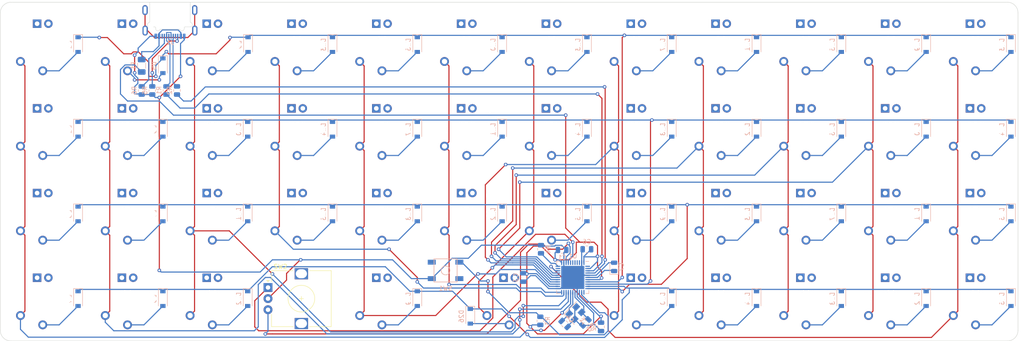
<source format=kicad_pcb>
(kicad_pcb (version 20211014) (generator pcbnew)
  (layers (0 "F.Cu" signal) (31 "B.Cu" signal) (34 "B.Paste" user) (35 "F.Paste" user) (36 "B.SilkS" user "B.Silkscreen") (37 "F.SilkS" user "F.Silkscreen") (38 "B.Mask" user) (39 "F.Mask" user) (44 "Edge.Cuts" user))
  (net 0 "")
  (net 1 "+5V")
  (net 2 "GND")
  (net 3 "Net-(C4-Pad2)")
  (net 4 "Net-(C5-Pad2)")
  (net 5 "Net-(C7-Pad1)")
  (net 6 "Row 0")
  (net 7 "Net-(D1-Pad2)")
  (net 8 "Row 1")
  (net 9 "Net-(D2-Pad2)")
  (net 10 "Row 2")
  (net 11 "Net-(D3-Pad2)")
  (net 12 "Row 3")
  (net 13 "Net-(D4-Pad2)")
  (net 14 "Net-(D5-Pad2)")
  (net 15 "Net-(D6-Pad2)")
  (net 16 "Net-(D7-Pad2)")
  (net 17 "Net-(D8-Pad2)")
  (net 18 "Net-(D9-Pad2)")
  (net 19 "Net-(D10-Pad2)")
  (net 20 "Net-(D11-Pad2)")
  (net 21 "Net-(D12-Pad2)")
  (net 22 "Net-(D13-Pad2)")
  (net 23 "Net-(D14-Pad2)")
  (net 24 "Net-(D15-Pad2)")
  (net 25 "Net-(D16-Pad2)")
  (net 26 "Net-(D17-Pad2)")
  (net 27 "Net-(D18-Pad2)")
  (net 28 "Net-(D19-Pad2)")
  (net 29 "Net-(D20-Pad2)")
  (net 30 "Net-(D21-Pad2)")
  (net 31 "Net-(D22-Pad2)")
  (net 32 "Net-(D23-Pad2)")
  (net 33 "Net-(D24-Pad2)")
  (net 34 "Net-(D25-Pad2)")
  (net 35 "Net-(D26-Pad2)")
  (net 36 "Net-(D27-Pad2)")
  (net 37 "Net-(D28-Pad2)")
  (net 38 "Net-(D29-Pad2)")
  (net 39 "Net-(D30-Pad2)")
  (net 40 "Net-(D31-Pad2)")
  (net 41 "Net-(D32-Pad2)")
  (net 42 "Net-(D33-Pad2)")
  (net 43 "Net-(D34-Pad2)")
  (net 44 "Net-(D35-Pad2)")
  (net 45 "Net-(D36-Pad2)")
  (net 46 "Net-(D37-Pad2)")
  (net 47 "Net-(D38-Pad2)")
  (net 48 "Net-(D39-Pad2)")
  (net 49 "Net-(D40-Pad2)")
  (net 50 "Net-(D41-Pad2)")
  (net 51 "Net-(D42-Pad2)")
  (net 52 "Net-(D43-Pad2)")
  (net 53 "Net-(D44-Pad2)")
  (net 54 "Net-(D45-Pad2)")
  (net 55 "Net-(D46-Pad2)")
  (net 56 "VCC")
  (net 57 "Net-(J1-PadA5)")
  (net 58 "D+")
  (net 59 "D-")
  (net 61 "Net-(J1-PadB5)")
  (net 63 "unconnected-(J1-PadS1)")
  (net 64 "Col 0")
  (net 65 "Col 1")
  (net 66 "Col 2")
  (net 67 "Col 3")
  (net 68 "Col 4")
  (net 69 "Col 5")
  (net 70 "Col 6")
  (net 71 "Col 7")
  (net 72 "Col 8")
  (net 73 "Col 9")
  (net 74 "Col 10")
  (net 75 "Col 11")
  (net 76 "Net-(R1-Pad2)")
  (net 77 "Net-(R2-Pad2)")
  (net 78 "Net-(R3-Pad2)")
  (net 79 "Net-(R4-Pad1)")
  (net 80 "Rot 0")
  (net 81 "Rot 1")
  (footprint "Kailh_Choc:KailhChoc-1U" (layer "F.Cu") (at 274.6375 103.1875 180)
    (fp_text reference "MX7")
    (fp_text value "MX-NoLED")
  )
  (footprint "Kailh_Choc:KailhChoc-1U" (layer "F.Cu") (at 427.0375 122.2375 180)
    (fp_text reference "MX38")
    (fp_text value "MX-NoLED")
  )
  (footprint "Kailh_Choc:KailhChoc-1U" (layer "F.Cu") (at 350.8375 65.0875 180)
    (fp_text reference "MX20")
    (fp_text value "MX-NoLED")
  )
  (footprint "Kailh_Choc:KailhChoc-1U" (layer "F.Cu") (at 293.6875 84.1375 180)
    (fp_text reference "MX10")
    (fp_text value "MX-NoLED")
  )
  (footprint "Kailh_Choc:KailhChoc-1U" (layer "F.Cu") (at 331.7875 84.1375 180)
    (fp_text reference "MX17")
    (fp_text value "MX-NoLED")
  )
  (footprint "Kailh_Choc:KailhChoc-1U" (layer "F.Cu") (at 407.9875 84.1375 180)
    (fp_text reference "MX32")
    (fp_text value "MX-NoLED")
  )
  (footprint "Kailh_Choc:KailhChoc-1U" (layer "F.Cu") (at 312.7375 103.1875 180)
    (fp_text reference "MX15")
    (fp_text value "MX-NoLED")
  )
  (footprint "Kailh_Choc:KailhChoc-1U" (layer "F.Cu") (at 465.1375 122.2375 180)
    (fp_text reference "MX46")
    (fp_text value "MX-NoLED")
  )
  (footprint "Kailh_Choc:KailhChoc-1U" (layer "F.Cu") (at 293.6875 65.0875 180)
    (fp_text reference "MX9")
    (fp_text value "MX-NoLED")
  )
  (footprint "Kailh_Choc:KailhChoc-1U" (layer "F.Cu") (at 446.0875 84.1375 180)
    (fp_text reference "MX40")
    (fp_text value "MX-NoLED")
  )
  (footprint "Kailh_Choc:KailhChoc-1U" (layer "F.Cu") (at 446.0875 103.1875 180)
    (fp_text reference "MX41")
    (fp_text value "MX-NoLED")
  )
  (footprint "Kailh_Choc:KailhChoc-1U" (layer "F.Cu") (at 293.6875 122.2375 180)
    (fp_text reference "MX12")
    (fp_text value "MX-NoLED")
  )
  (footprint "Kailh_Choc:KailhChoc-1U" (layer "F.Cu") (at 274.6375 122.2375 180)
    (fp_text reference "MX8")
    (fp_text value "MX-NoLED")
  )
  (footprint "Kailh_Choc:KailhChoc-1U" (layer "F.Cu") (at 369.8875 103.1875 180)
    (fp_text reference "MX25")
    (fp_text value "MX-NoLED")
  )
  (footprint "Kailh_Choc:KailhChoc-1U" (layer "F.Cu") (at 388.9375 103.1875 180)
    (fp_text reference "MX29")
    (fp_text value "MX-NoLED")
  )
  (footprint "Kailh_Choc:KailhChoc-1U" (layer "F.Cu") (at 388.9375 122.2375 180)
    (fp_text reference "MX30")
    (fp_text value "MX-NoLED")
  )
  (footprint "Kailh_Choc:KailhChoc-1U" (layer "F.Cu") (at 350.8375 103.1875 180)
    (fp_text reference "MX22")
    (fp_text value "MX-NoLED")
  )
  (footprint "Kailh_Choc:KailhChoc-1U" (layer "F.Cu") (at 274.6375 65.0875 180)
    (fp_text reference "MX5")
    (fp_text value "MX-NoLED")
  )
  (footprint "Kailh_Choc:KailhChoc-1U" (layer "F.Cu") (at 388.9375 84.1375 180)
    (fp_text reference "MX28")
    (fp_text value "MX-NoLED")
  )
  (footprint "Kailh_Choc:KailhChoc-1U" (layer "F.Cu") (at 407.9875 103.1875 180)
    (fp_text reference "MX33")
    (fp_text value "MX-NoLED")
  )
  (footprint "Kailh_Choc:KailhChoc-1U" (layer "F.Cu") (at 255.5875 84.1375 180)
    (fp_text reference "MX2")
    (fp_text value "MX-NoLED")
  )
  (footprint "Kailh_Choc:KailhChoc-1U" (layer "F.Cu") (at 427.0375 84.1375 180)
    (fp_text reference "MX36")
    (fp_text value "MX-NoLED")
  )
  (footprint "Kailh_Choc:KailhChoc-1U" (layer "F.Cu") (at 446.0875 65.0875 180)
    (fp_text reference "MX39")
    (fp_text value "MX-NoLED")
  )
  (footprint "Kailh_Choc:KailhChoc-1U" (layer "F.Cu") (at 427.0375 103.1875 180)
    (fp_text reference "MX37")
    (fp_text value "MX-NoLED")
  )
  (footprint "Kailh_Choc:KailhChoc-1U" (layer "F.Cu") (at 407.9875 65.0875 180)
    (fp_text reference "MX31")
    (fp_text value "MX-NoLED")
  )
  (footprint "Kailh_Choc:KailhChoc-1U" (layer "F.Cu") (at 331.7875 122.2375 180)
    (fp_text reference "MX19")
    (fp_text value "MX-NoLED")
  )
  (footprint "Kailh_Choc:KailhChoc-1U" (layer "F.Cu") (at 331.7875 103.1875 180)
    (fp_text reference "MX18")
    (fp_text value "MX-NoLED")
  )
  (footprint "Kailh_Choc:KailhChoc-1U" (layer "F.Cu") (at 293.6875 103.1875 180)
    (fp_text reference "MX11")
    (fp_text value "MX-NoLED")
  )
  (footprint "Kailh_Choc:KailhChoc-1U" (layer "F.Cu") (at 312.7375 65.0875 180)
    (fp_text reference "MX13")
    (fp_text value "MX-NoLED")
  )
  (footprint "Kailh_Choc:KailhChoc-1U" (layer "F.Cu") (at 255.5875 103.1875 180)
    (fp_text reference "MX3")
    (fp_text value "MX-NoLED")
  )
  (footprint "Kailh_Choc:KailhChoc-1U" (layer "F.Cu") (at 331.7875 65.0875 180)
    (fp_text reference "MX16")
    (fp_text value "MX-NoLED")
  )
  (footprint "Kailh_Choc:KailhChoc-1U" (layer "F.Cu") (at 465.1375 84.1375 180)
    (fp_text reference "MX44")
    (fp_text value "MX-NoLED")
  )
  (footprint "Kailh_Choc:KailhChoc-1U" (layer "F.Cu") (at 465.1375 65.0875 180)
    (fp_text reference "MX43")
    (fp_text value "MX-NoLED")
  )
  (footprint "Kailh_Choc:KailhChoc-1U" (layer "F.Cu") (at 255.5875 65.0875 180)
    (fp_text reference "MX1")
    (fp_text value "MX-NoLED")
  )
  (footprint "Kailh_Choc:KailhChoc-1U" (layer "F.Cu") (at 407.9875 122.2375 180)
    (fp_text reference "MX34")
    (fp_text value "MX-NoLED")
  )
  (footprint "Kailh_Choc:KailhChoc-1U" (layer "F.Cu") (at 446.0875 122.2375 180)
    (fp_text reference "MX42")
    (fp_text value "MX-NoLED")
  )
  (footprint "Kailh_Choc:KailhChoc-1U" (layer "F.Cu") (at 360.3625 122.2375 180)
    (fp_text reference "MX26")
    (fp_text value "MX-NoLED")
  )
  (footprint "Kailh_Choc:KailhChoc-1U" (layer "F.Cu") (at 388.9375 65.0875 180)
    (fp_text reference "MX27")
    (fp_text value "MX-NoLED")
  )
  (footprint "Kailh_Choc:KailhChoc-1U" (layer "F.Cu") (at 274.6375 84.1375 180)
    (fp_text reference "MX6")
    (fp_text value "MX-NoLED")
  )
  (footprint "Kailh_Choc:KailhChoc-1U" (layer "F.Cu") (at 255.5875 122.2375 180)
    (fp_text reference "MX4")
    (fp_text value "MX-NoLED")
  )
  (footprint "Rotary_Encoder:RotaryEncoder_Alps_EC12E_Vertical_H20mm" (layer "F.Cu") (at 306.1875 119.7375)
    (fp_text reference "SW2")
    (fp_text value "RotaryEncoder")
  )
  (footprint "Kailh_Choc:KailhChoc-1U" (layer "F.Cu") (at 427.0375 65.0875 180)
    (fp_text reference "MX35")
    (fp_text value "MX-NoLED")
  )
  (footprint "Kailh_Choc:KailhChoc-1U" (layer "F.Cu") (at 369.8875 65.0875 180)
    (fp_text reference "MX23")
    (fp_text value "MX-NoLED")
  )
  (footprint "Kailh_Choc:KailhChoc-1U" (layer "F.Cu") (at 350.8375 84.1375 180)
    (fp_text reference "MX21")
    (fp_text value "MX-NoLED")
  )
  (footprint "Kailh_Choc:KailhChoc-1U" (layer "F.Cu") (at 312.7375 84.1375 180)
    (fp_text reference "MX14")
    (fp_text value "MX-NoLED")
  )
  (footprint "Kailh_Choc:KailhChoc-1U" (layer "F.Cu") (at 465.1375 103.1875 180)
    (fp_text reference "MX45")
    (fp_text value "MX-NoLED")
  )
  (footprint "Kailh_Choc:KailhChoc-1U" (layer "F.Cu") (at 369.8875 84.1375 180)
    (fp_text reference "MX24")
    (fp_text value "MX-NoLED")
  )
  (footprint "Diode_SMD:D_SOD-123" (layer "B.Cu") (at 263.525 122.2375 -90)
    (fp_text reference "D4")
    (fp_text value "D_Small")
  )
  (footprint "Diode_SMD:D_SOD-123" (layer "B.Cu") (at 377.825 103.1875 -90)
    (fp_text reference "D25")
    (fp_text value "D_Small")
  )
  (footprint "Diode_SMD:D_SOD-123" (layer "B.Cu") (at 473.075 65.0875 -90)
    (fp_text reference "D43")
    (fp_text value "D_Small")
  )
  (footprint "Diode_SMD:D_SOD-123" (layer "B.Cu") (at 282.575 69.85 -90)
    (fp_text reference "D5")
    (fp_text value "D_Small")
  )
  (footprint "Resistor_SMD:R_0805_2012Metric" (layer "B.Cu") (at 367.3625 127.2375 90)
    (fp_text reference "R3")
    (fp_text value "10k")
  )
  (footprint "Diode_SMD:D_SOD-123" (layer "B.Cu") (at 396.875 103.1875 -90)
    (fp_text reference "D29")
    (fp_text value "D_Small")
  )
  (footprint "Diode_SMD:D_SOD-123" (layer "B.Cu") (at 282.575 103.1875 -90)
    (fp_text reference "D7")
    (fp_text value "D_Small")
  )
  (footprint "marbastlib-various:USB_C_Receptacle_HRO_TYPE-C-31-M-14" (layer "B.Cu") (at 284.16375 62.0125)
    (fp_text reference "J1")
    (fp_text value "USB_C_Receptacle_USB2.0")
    (fp_line (start 4.545001 -2.075821) (end 4.545001 -6.435) (layer "Edge.Cuts") (width 0.08))
    (fp_line (start -4.554999 -2.075821) (end -4.554999 -6.435) (layer "Edge.Cuts") (width 0.08))
    (fp_line (start 3.195001 -0.505) (end 3.195001 -0.705) (layer "Edge.Cuts") (width 0.08))
    (fp_line (start -3.404998 -0.905) (end -4.554999 -0.905) (layer "Edge.Cuts") (width 0.08))
    (fp_line (start 3.395 -0.905) (end 4.545001 -0.905) (layer "Edge.Cuts") (width 0.08))
    (fp_line (start -0.004999 -0.355) (end -2.098781 -0.355) (layer "Edge.Cuts") (width 0.08))
    (fp_line (start -3.204999 -0.505) (end -3.204999 -0.705) (layer "Edge.Cuts") (width 0.08))
    (fp_line (start -0.004999 -0.355) (end 2.088783 -0.355) (layer "Edge.Cuts") (width 0.08))
    (fp_arc (start 4.687858 -1.884158) (mid 4.584652 -1.9563) (end 4.545001 -2.075821) (layer "Edge.Cuts") (width 0.08))
    (fp_arc (start -2.271986 -0.255) (mid -2.834409 -0.022037) (end -3.204999 -0.505) (layer "Edge.Cuts") (width 0.08))
    (fp_arc (start 3.195001 -0.505) (mid 2.82441 -0.022036) (end 2.261988 -0.255) (layer "Edge.Cuts") (width 0.08))
    (fp_arc (start 2.088783 -0.355) (mid 2.188776 -0.328203) (end 2.261988 -0.255) (layer "Edge.Cuts") (width 0.08))
    (fp_arc (start -3.404998 -0.905) (mid -3.263577 -0.846421) (end -3.204998 -0.705) (layer "Edge.Cuts") (width 0.08))
    (fp_arc (start 3.195001 -0.705) (mid 3.253579 -0.846421) (end 3.395 -0.904999) (layer "Edge.Cuts") (width 0.08))
    (fp_arc (start -2.271986 -0.255) (mid -2.198781 -0.328205) (end -2.098781 -0.355) (layer "Edge.Cuts") (width 0.08))
    (fp_arc (start -4.554999 -0.905) (mid -5.04976 -1.332815) (end -4.697856 -1.884157) (layer "Edge.Cuts") (width 0.08))
    (fp_arc (start 4.687858 -1.884158) (mid 5.039763 -1.332815) (end 4.545001 -0.904999) (layer "Edge.Cuts") (width 0.08))
    (fp_arc (start -4.554999 -2.075821) (mid -4.594642 -1.956298) (end -4.697856 -1.884158) (layer "Edge.Cuts") (width 0.08))
  )
  (footprint "Capacitor_SMD:C_0805_2012Metric" (layer "B.Cu") (at 363.5375 117.475 -90)
    (fp_text reference "C3")
    (fp_text value "0.1uF")
  )
  (footprint "Diode_SMD:D_SOD-123" (layer "B.Cu") (at 415.925 103.1875 -90)
    (fp_text reference "D33")
    (fp_text value "D_Small")
  )
  (footprint "random-keyboard-parts:SKQG-1155865" (layer "B.Cu") (at 346.075 115.8875 180)
    (fp_text reference "SW1")
    (fp_text value "SW_Push")
  )
  (footprint "Diode_SMD:D_SOD-123" (layer "B.Cu") (at 263.525 65.0875 -90)
    (fp_text reference "D1")
    (fp_text value "D_Small")
  )
  (footprint "Diode_SMD:D_SOD-123" (layer "B.Cu") (at 434.975 122.2375 -90)
    (fp_text reference "D38")
    (fp_text value "D_Small")
  )
  (footprint "Diode_SMD:D_SOD-123" (layer "B.Cu") (at 473.075 103.1875 -90)
    (fp_text reference "D45")
    (fp_text value "D_Small")
  )
  (footprint "Diode_SMD:D_SOD-123" (layer "B.Cu") (at 434.975 84.1375 -90)
    (fp_text reference "D36")
    (fp_text value "D_Small")
  )
  (footprint "Resistor_SMD:R_0805_2012Metric" (layer "B.Cu") (at 367.50625 111.125 90)
    (fp_text reference "R4")
    (fp_text value "10k")
  )
  (footprint "Diode_SMD:D_SOD-123" (layer "B.Cu") (at 454.025 65.0875 -90)
    (fp_text reference "D39")
    (fp_text value "D_Small")
  )
  (footprint "Resistor_SMD:R_0805_2012Metric" (layer "B.Cu") (at 277.8125 75.40625 -90)
    (fp_text reference "R6")
    (fp_text value "5.1k")
  )
  (footprint "Diode_SMD:D_SOD-123" (layer "B.Cu") (at 434.975 103.1875 -90)
    (fp_text reference "D37")
    (fp_text value "D_Small")
  )
  (footprint "Diode_SMD:D_SOD-123" (layer "B.Cu") (at 320.675 103.1875 -90)
    (fp_text reference "D15")
    (fp_text value "D_Small")
  )
  (footprint "Diode_SMD:D_SOD-123" (layer "B.Cu") (at 415.925 65.0875 -90)
    (fp_text reference "D31")
    (fp_text value "D_Small")
  )
  (footprint "Diode_SMD:D_SOD-123" (layer "B.Cu") (at 434.975 65.0875 -90)
    (fp_text reference "D35")
    (fp_text value "D_Small")
  )
  (footprint "Diode_SMD:D_SOD-123" (layer "B.Cu") (at 454.025 103.1875 -90)
    (fp_text reference "D41")
    (fp_text value "D_Small")
  )
  (footprint "Capacitor_SMD:C_0805_2012Metric" (layer "B.Cu") (at 381 128.5875 -90)
    (fp_text reference "C2")
    (fp_text value "0.1uF")
  )
  (footprint "Diode_SMD:D_SOD-123" (layer "B.Cu") (at 358.775 65.0875 -90)
    (fp_text reference "D20")
    (fp_text value "D_Small")
  )
  (footprint "Diode_SMD:D_SOD-123" (layer "B.Cu") (at 415.925 122.2375 -90)
    (fp_text reference "D34")
    (fp_text value "D_Small")
  )
  (footprint "Resistor_SMD:R_0805_2012Metric" (layer "B.Cu") (at 283.36875 75.40625 -90)
    (fp_text reference "R1")
    (fp_text value "22")
  )
  (footprint "Diode_SMD:D_SOD-123" (layer "B.Cu") (at 377.825 65.0875 -90)
    (fp_text reference "D23")
    (fp_text value "D_Small")
  )
  (footprint "Diode_SMD:D_SOD-123" (layer "B.Cu") (at 339.725 103.1875 -90)
    (fp_text reference "D18")
    (fp_text value "D_Small")
  )
  (footprint "Diode_SMD:D_SOD-123" (layer "B.Cu") (at 377.825 84.1375 -90)
    (fp_text reference "D24")
    (fp_text value "D_Small")
  )
  (footprint "Diode_SMD:D_SOD-123" (layer "B.Cu") (at 301.625 122.2375 -90)
    (fp_text reference "D12")
    (fp_text value "D_Small")
  )
  (footprint "Diode_SMD:D_SOD-123" (layer "B.Cu") (at 301.625 84.1375 -90)
    (fp_text reference "D10")
    (fp_text value "D_Small")
  )
  (footprint "Diode_SMD:D_SOD-123" (layer "B.Cu") (at 339.725 65.0875 -90)
    (fp_text reference "D16")
    (fp_text value "D_Small")
  )
  (footprint "Diode_SMD:D_SOD-123" (layer "B.Cu") (at 473.075 122.2375 -90)
    (fp_text reference "D46")
    (fp_text value "D_Small")
  )
  (footprint "Package_DFN_QFN:QFN-44-1EP_7x7mm_P0.5mm_EP5.2x5.2mm" (layer "B.Cu") (at 374.65 117.475 180)
    (fp_text reference "U1")
    (fp_text value "ATmega32U4-M")
  )
  (footprint "Diode_SMD:D_SOD-123" (layer "B.Cu") (at 473.075 84.1375 -90)
    (fp_text reference "D44")
    (fp_text value "D_Small")
  )
  (footprint "Capacitor_SMD:C_0805_2012Metric" (layer "B.Cu") (at 372.26875 111.29375)
    (fp_text reference "C1")
    (fp_text value "0.1uF")
  )
  (footprint "Diode_SMD:D_0805_2012Metric" (layer "B.Cu") (at 383.9375 115.09375 90)
    (fp_text reference "C7")
    (fp_text value "1uF")
  )
  (footprint "Diode_SMD:D_SOD-123" (layer "B.Cu") (at 415.925 84.1375 -90)
    (fp_text reference "D32")
    (fp_text value "D_Small")
  )
  (footprint "Diode_SMD:D_SOD-123" (layer "B.Cu") (at 263.525 103.1875 -90)
    (fp_text reference "D3")
    (fp_text value "D_Small")
  )
  (footprint "Diode_SMD:D_SOD-123" (layer "B.Cu") (at 454.025 122.2375 -90)
    (fp_text reference "D42")
    (fp_text value "D_Small")
  )
  (footprint "Diode_SMD:D_SOD-123" (layer "B.Cu") (at 358.775 84.1375 -90)
    (fp_text reference "D21")
    (fp_text value "D_Small")
  )
  (footprint "Diode_SMD:D_SOD-123" (layer "B.Cu") (at 358.775 103.1875 -90)
    (fp_text reference "D22")
    (fp_text value "D_Small")
  )
  (footprint "Diode_SMD:D_SOD-123" (layer "B.Cu") (at 454.025 84.1375 -90)
    (fp_text reference "D40")
    (fp_text value "D_Small")
  )
  (footprint "Diode_SMD:D_SOD-123" (layer "B.Cu") (at 339.725 84.1375 -90)
    (fp_text reference "D17")
    (fp_text value "D_Small")
  )
  (footprint "Diode_SMD:D_SOD-123" (layer "B.Cu") (at 301.70625 65.0875 -90)
    (fp_text reference "D9")
    (fp_text value "D_Small")
  )
  (footprint "Diode_SMD:D_SOD-123" (layer "B.Cu") (at 263.525 84.1375 -90)
    (fp_text reference "D2")
    (fp_text value "D_Small")
  )
  (footprint "Diode_SMD:D_SOD-123" (layer "B.Cu") (at 351.63125 126.20625 -90)
    (fp_text reference "D26")
    (fp_text value "D_Small")
  )
  (footprint "Capacitor_SMD:C_0805_2012Metric" (layer "B.Cu") (at 377.493525 127.585193 45)
    (fp_text reference "C5")
    (fp_text value "22pF")
  )
  (footprint "Diode_SMD:D_SOD-123" (layer "B.Cu") (at 339.725 122.2375 -90)
    (fp_text reference "D19")
    (fp_text value "D_Small")
  )
  (footprint "Capacitor_SMD:C_0805_2012Metric" (layer "B.Cu") (at 377.825 111.125 180)
    (fp_text reference "C6")
    (fp_text value "10uF")
  )
  (footprint "Diode_SMD:D_SOD-123" (layer "B.Cu") (at 320.675 65.0875 -90)
    (fp_text reference "D13")
    (fp_text value "D_Small")
  )
  (footprint "Resistor_SMD:R_0805_2012Metric" (layer "B.Cu") (at 280.19375 75.40625 -90)
    (fp_text reference "R5")
    (fp_text value "5.1k")
  )
  (footprint "Diode_SMD:D_SOD-123" (layer "B.Cu") (at 396.875 84.1375 -90)
    (fp_text reference "D28")
    (fp_text value "D_Small")
  )
  (footprint "Diode_SMD:D_SOD-123" (layer "B.Cu") (at 320.675 84.1375 -90)
    (fp_text reference "D14")
    (fp_text value "D_Small")
  )
  (footprint "Diode_SMD:D_SOD-123" (layer "B.Cu") (at 282.575 122.2375 -90)
    (fp_text reference "D8")
    (fp_text value "D_Small")
  )
  (footprint "Fuse:Fuse_1206_3216Metric" (layer "B.Cu") (at 277.8125 69.85 -90)
    (fp_text reference "F1")
    (fp_text value "500mA")
  )
  (footprint "Capacitor_SMD:C_0805_2012Metric" (layer "B.Cu") (at 372.828335 127.930762 135)
    (fp_text reference "C4")
    (fp_text value "22pF")
  )
  (footprint "Diode_SMD:D_SOD-123" (layer "B.Cu") (at 396.875 122.2375 -90)
    (fp_text reference "D30")
    (fp_text value "D_Small")
  )
  (footprint "Diode_SMD:D_SOD-123" (layer "B.Cu") (at 301.625 103.1875 -90)
    (fp_text reference "D11")
    (fp_text value "D_Small")
  )
  (footprint "Resistor_SMD:R_0805_2012Metric" (layer "B.Cu") (at 285.75 75.40625 -90)
    (fp_text reference "R2")
    (fp_text value "22")
  )
  (footprint "Diode_SMD:D_SOD-123" (layer "B.Cu") (at 282.575 84.1375 -90)
    (fp_text reference "D6")
    (fp_text value "D_Small")
  )
  (footprint "Crystal:Crystal_SMD_3225-4Pin_3.2x2.5mm" (layer "B.Cu") (at 375.242022 125.49263 45)
    (fp_text reference "Y1")
    (fp_text value "16MHz")
  )
  (footprint "Diode_SMD:D_SOD-123" (layer "B.Cu") (at 396.875 65.0875 -90)
    (fp_text reference "D27")
    (fp_text value "D_Small")
  )
  (gr_arc (start 472.28125 55.5625) (mid 473.965048 56.259952) (end 474.6625 57.94375) (layer "Edge.Cuts") (width 0.1))
  (gr_line (start 246.0625 57.94375) (end 246.0625 129.38125) (layer "Edge.Cuts") (width 0.1))
  (gr_line (start 472.28125 55.5625) (end 248.44375 55.5625) (layer "Edge.Cuts") (width 0.1))
  (gr_arc (start 474.6625 129.38125) (mid 473.965048 131.065048) (end 472.28125 131.7625) (layer "Edge.Cuts") (width 0.1))
  (gr_arc (start 246.0625 57.94375) (mid 246.759952 56.259952) (end 248.44375 55.5625) (layer "Edge.Cuts") (width 0.1))
  (gr_line (start 248.44375 131.7625) (end 472.28125 131.7625) (layer "Edge.Cuts") (width 0.1))
  (gr_arc (start 248.44375 131.7625) (mid 246.759952 131.065048) (end 246.0625 129.38125) (layer "Edge.Cuts") (width 0.1))
  (gr_line (start 474.6625 129.38125) (end 474.6625 57.94375) (layer "Edge.Cuts") (width 0.1))
  (segment (start 380.20625 112.7125) (end 380.20625 115.09375) (width 0.25) (layer "F.Cu") (net 1))
  (segment (start 377.03125 130.175) (end 366.7125 130.175) (width 0.25) (layer "F.Cu") (net 1))
  (segment (start 367.5875 110.4125) (end 370.68125 113.50625) (width 0.25) (layer "F.Cu") (net 1))
  (segment (start 366.7125 130.175) (end 365.125 128.5875) (width 0.25) (layer "F.Cu") (net 1))
  (segment (start 373.0625 106.3625) (end 376.2375 109.5375) (width 0.25) (layer "F.Cu") (net 1))
  (segment (start 381.115424 116.002924) (end 381.115424 117.590424) (width 0.25) (layer "F.Cu") (net 1))
  (segment (start 373.0625 80.9625) (end 373.0625 106.3625) (width 0.25) (layer "F.Cu") (net 1))
  (segment (start 373.85625 113.50625) (end 375.44375 111.91875) (width 0.25) (layer "F.Cu") (net 1))
  (segment (start 365.125 128.5875) (end 364.33125 127.79375) (width 0.25) (layer "F.Cu") (net 1))
  (segment (start 379.4125 109.5375) (end 380.20625 110.33125) (width 0.25) (layer "F.Cu") (net 1))
  (segment (start 364.33125 111.91875) (end 365.8375 110.4125) (width 0.25) (layer "F.Cu") (net 1))
  (segment (start 370.68125 113.50625) (end 373.85625 113.50625) (width 0.25) (layer "F.Cu") (net 1))
  (segment (start 364.33125 127.79375) (end 364.33125 116.68125) (width 0.25) (layer "F.Cu") (net 1))
  (segment (start 380.20625 110.33125) (end 380.20625 112.7125) (width 0.25) (layer "F.Cu") (net 1))
  (segment (start 376.2375 109.5375) (end 379.4125 109.5375) (width 0.25) (layer "F.Cu") (net 1))
  (segment (start 365.8375 110.4125) (end 367.5875 110.4125) (width 0.25) (layer "F.Cu") (net 1))
  (segment (start 381 126.20625) (end 377.03125 130.175) (width 0.25) (layer "F.Cu") (net 1))
  (segment (start 380.20625 115.09375) (end 381.115424 116.002924) (width 0.25) (layer "F.Cu") (net 1))
  (segment (start 375.44375 111.91875) (end 375.44375 109.5375) (width 0.25) (layer "F.Cu") (net 1))
  (segment (start 375.44375 109.5375) (end 376.2375 109.5375) (width 0.25) (layer "F.Cu") (net 1))
  (segment (start 364.33125 116.68125) (end 364.33125 111.91875) (width 0.25) (layer "F.Cu") (net 1))
  (via (at 380.20625 112.7125) (size 0.8) (drill 0.4) (layers "F.Cu" "B.Cu") (net 1))
  (via (at 381.115424 117.590424) (size 0.8) (drill 0.4) (layers "F.Cu" "B.Cu") (net 1))
  (via (at 365.125 128.5875) (size 0.8) (drill 0.4) (layers "F.Cu" "B.Cu") (net 1))
  (via (at 373.0625 80.9625) (size 0.8) (drill 0.4) (layers "F.Cu" "B.Cu") (net 1))
  (via (at 381 126.20625) (size 0.8) (drill 0.4) (layers "F.Cu" "B.Cu") (net 1))
  (via (at 364.33125 116.68125) (size 0.8) (drill 0.4) (layers "F.Cu" "B.Cu") (net 1))
  (via (at 370.68125 113.50625) (size 0.8) (drill 0.4) (layers "F.Cu" "B.Cu") (net 1))
  (segment (start 377.15 112.75) (end 378.775 111.125) (width 0.25) (layer "B.Cu") (net 1))
  (segment (start 377.9875 115.475) (end 378.573008 115.475) (width 0.25) (layer "B.Cu") (net 1))
  (segment (start 380.0875 112.83125) (end 380.20625 112.7125) (width 0.25) (layer "B.Cu") (net 1))
  (segment (start 381.115424 117.590424) (end 380.730848 117.975) (width 0.25) (layer "B.Cu") (net 1))
  (segment (start 378.573008 115.475) (end 380.20625 113.841758) (width 0.25) (layer "B.Cu") (net 1))
  (segment (start 364.33125 116.68125) (end 364.400001 116.612499) (width 0.25) (layer "B.Cu") (net 1))
  (segment (start 284.95625 80.9625) (end 373.0625 80.9625) (width 0.25) (layer "B.Cu") (net 1))
  (segment (start 376.15 120.8125) (end 376.15 121.670958) (width 0.25) (layer "B.Cu") (net 1))
  (segment (start 380.685292 126.20625) (end 381 126.20625) (width 0.25) (layer "B.Cu") (net 1))
  (segment (start 380.20625 113.841758) (end 380.20625 112.7125) (width 0.25) (layer "B.Cu") (net 1))
  (segment (start 363.5375 116.525) (end 364.175 116.525) (width 0.25) (layer "B.Cu") (net 1))
  (segment (start 370.68125 113.50625) (end 370.68125 111.93125) (width 0.25) (layer "B.Cu") (net 1))
  (segment (start 274.088667 69.6625) (end 273.05 70.701167) (width 0.25) (layer "B.Cu") (net 1))
  (segment (start 364.400001 116.612499) (end 366.498895 116.612499) (width 0.25) (layer "B.Cu") (net 1))
  (segment (start 377.15 114.1375) (end 377.15 112.83125) (width 0.25) (layer "B.Cu") (net 1))
  (segment (start 371.51875 113.50625) (end 372.15 114.1375) (width 0.25) (layer "B.Cu") (net 1))
  (segment (start 273.05 76.2) (end 274.6375 77.7875) (width 0.25) (layer "B.Cu") (net 1))
  (segment (start 370.68125 113.50625) (end 371.51875 113.50625) (width 0.25) (layer "B.Cu") (net 1))
  (segment (start 377.15 112.83125) (end 377.15 112.75) (width 0.25) (layer "B.Cu") (net 1))
  (segment (start 276.225 69.6625) (end 274.088667 69.6625) (width 0.25) (layer "B.Cu") (net 1))
  (segment (start 277.8125 71.25) (end 276.225 69.6625) (width 0.25) (layer "B.Cu") (net 1))
  (segment (start 370.68125 111.93125) (end 371.31875 111.29375) (width 0.25) (layer "B.Cu") (net 1))
  (segment (start 273.05 70.701167) (end 273.05 76.2) (width 0.25) (layer "B.Cu") (net 1))
  (segment (start 381 127.6375) (end 381 126.20625) (width 0.25) (layer "B.Cu") (net 1))
  (segment (start 366.498895 116.612499) (end 369.361396 119.475) (width 0.25) (layer "B.Cu") (net 1))
  (segment (start 367.3625 128.15) (end 365.5625 128.15) (width 0.25) (layer "B.Cu") (net 1))
  (segment (start 365.5625 128.15) (end 365.125 128.5875) (width 0.25) (layer "B.Cu") (net 1))
  (segment (start 281.78125 77.7875) (end 284.95625 80.9625) (width 0.25) (layer "B.Cu") (net 1))
  (segment (start 376.15 121.670958) (end 380.685292 126.20625) (width 0.25) (layer "B.Cu") (net 1))
  (segment (start 364.175 116.525) (end 364.33125 116.68125) (width 0.25) (layer "B.Cu") (net 1))
  (segment (start 377.15 112.83125) (end 380.0875 112.83125) (width 0.25) (layer "B.Cu") (net 1))
  (segment (start 380.730848 117.975) (end 377.9875 117.975) (width 0.25) (layer "B.Cu") (net 1))
  (segment (start 274.6375 77.7875) (end 281.78125 77.7875) (width 0.25) (layer "B.Cu") (net 1))
  (segment (start 369.361396 119.475) (end 371.3125 119.475) (width 0.25) (layer "B.Cu") (net 1))
  (segment (start 286.54375 72.23125) (end 281.78125 76.99375) (width 0.25) (layer "F.Cu") (net 2))
  (segment (start 310.35625 118.06875) (end 306.1875 122.2375) (width 0.25) (layer "F.Cu") (net 2))
  (segment (start 310.35625 116.56875) (end 310.35625 118.06875) (width 0.25) (layer "F.Cu") (net 2))
  (segment (start 281.78125 76.99375) (end 281.78125 115.8875) (width 0.25) (layer "F.Cu") (net 2))
  (segment (start 313.41875 113.50625) (end 310.35625 116.56875) (width 0.25) (layer "F.Cu") (net 2))
  (segment (start 313.53125 113.50625) (end 313.41875 113.50625) (width 0.25) (layer "F.Cu") (net 2))
  (segment (start 276.225 67.46875) (end 276.225 71.4375) (width 0.25) (layer "F.Cu") (net 2))
  (via (at 276.225 71.4375) (size 0.8) (drill 0.4) (layers "F.Cu" "B.Cu") (net 2))
  (via (at 286.54375 72.23125) (size 0.8) (drill 0.4) (layers "F.Cu" "B.Cu") (net 2))
  (via (at 313.53125 113.50625) (size 0.8) (drill 0.4) (layers "F.Cu" "B.Cu") (net 2))
  (via (at 281.78125 115.8875) (size 0.8) (drill 0.4) (layers "F.Cu" "B.Cu") (net 2))
  (via (at 281.78125 76.99375) (size 0.8) (drill 0.4) (layers "F.Cu" "B.Cu") (net 2))
  (via (at 276.225 67.46875) (size 0.8) (drill 0.4) (layers "F.Cu" "B.Cu") (net 2))
  (segment (start 374.401992 117.475) (end 374.65 117.475) (width 0.25) (layer "B.Cu") (net 2))
  (segment (start 376.65 115.475) (end 374.65 117.475) (width 0.25) (layer "B.Cu") (net 2))
  (segment (start 366.299999 117.062499) (end 367.6625 118.425) (width 0.25) (layer "B.Cu") (net 2))
  (segment (start 379.9125 116.975) (end 382.73125 114.15625) (width 0.25) (layer "B.Cu") (net 2))
  (segment (start 379.334375 127.871875) (end 381 129.5375) (width 0.25) (layer "B.Cu") (net 2))
  (segment (start 342.975 117.7375) (end 347.55 113.1625) (width 0.25) (layer "B.Cu") (net 2))
  (segment (start 342.975 117.7375) (end 338.4 117.7375) (width 0.25) (layer "B.Cu") (net 2))
  (segment (start 365.178641 117.062499) (end 366.299999 117.062499) (width 0.25) (layer "B.Cu") (net 2))
  (segment (start 286.54375 64.857415) (end 286.54375 72.23125) (width 0.25) (layer "B.Cu") (net 2))
  (segment (start 277.01875 65.88125) (end 279.6875 63.2125) (width 0.25) (layer "B.Cu") (net 2))
  (segment (start 367.70625 110.4125) (end 370.6 110.4125) (width 0.25) (layer "B.Cu") (net 2))
  (segment (start 376.821774 128.256944) (end 378.793056 128.256944) (width 0.25) (layer "B.Cu") (net 2))
  (segment (start 375.65 118.475) (end 374.65 117.475) (width 0.25) (layer "B.Cu") (net 2))
  (segment (start 338.4 117.7375) (end 334.16875 113.50625) (width 0.25) (layer "B.Cu") (net 2))
  (segment (start 377.9875 116.975) (end 379.9125 116.975) (width 0.25) (layer "B.Cu") (net 2))
  (segment (start 382.73125 114.15625) (end 383.9375 114.15625) (width 0.25) (layer "B.Cu") (net 2))
  (segment (start 373.500086 128.436647) (end 375.065245 126.871488) (width 0.25) (layer "B.Cu") (net 2))
  (segment (start 367.675 118.425) (end 369.225 119.975) (width 0.25) (layer "B.Cu") (net 2))
  (segment (start 372.65 115.475) (end 374.65 117.475) (width 0.25) (layer "B.Cu") (net 2))
  (segment (start 376.821774 128.256944) (end 376.450701 128.256944) (width 0.25) (layer "B.Cu") (net 2))
  (segment (start 379.334375 127.715625) (end 379.334375 127.871875) (width 0.25) (layer "B.Cu") (net 2))
  (segment (start 371.901992 119.975) (end 374.401992 117.475) (width 0.25) (layer "B.Cu") (net 2))
  (segment (start 372.65 114.1375) (end 372.65 115.475) (width 0.25) (layer "B.Cu") (net 2))
  (segment (start 276.225 71.938604) (end 276.95 72.663604) (width 0.25) (layer "B.Cu") (net 2))
  (segment (start 373.500086 128.602513) (end 373.500086 128.436647) (width 0.25) (layer "B.Cu") (net 2))
  (segment (start 375.065245 126.871488) (end 375.107403 126.82933) (width 0.25) (layer "B.Cu") (net 2))
  (segment (start 280.86875 76.99375) (end 280.19375 76.31875) (width 0.25) (layer "B.Cu") (net 2))
  (segment (start 376.65 114.1375) (end 376.65 111.35) (width 0.25) (layer "B.Cu") (net 2))
  (segment (start 277.69375 76.2) (end 277.8125 76.31875) (width 0.25) (layer "B.Cu") (net 2))
  (segment (start 277.8125 76.31875) (end 280.19375 76.31875) (width 0.25) (layer "B.Cu") (net 2))
  (segment (start 375.65 120.8125) (end 375.65 121.807354) (width 0.25) (layer "B.Cu") (net 2))
  (segment (start 287.36375 63.2125) (end 287.36375 64.019915) (width 0.25) (layer "B.Cu") (net 2))
  (segment (start 370.6 110.4125) (end 370.76875 110.24375) (width 0.25) (layer "B.Cu") (net 2))
  (segment (start 367.50625 110.2125) (end 354.13125 110.2125) (width 0.25) (layer "B.Cu") (net 2))
  (segment (start 375.65 120.8125) (end 375.65 118.475) (width 0.25) (layer "B.Cu") (net 2))
  (segment (start 276.95 72.663604) (end 276.95 73.830577) (width 0.25) (layer "B.Cu") (net 2))
  (segment (start 379.334375 125.491729) (end 379.334375 127.715625) (width 0.25) (layer "B.Cu") (net 2))
  (segment (start 375.15 116.975) (end 374.65 117.475) (width 0.25) (layer "B.Cu") (net 2))
  (segment (start 334.16875 113.50625) (end 313.53125 113.50625) (width 0.25) (layer "B.Cu") (net 2))
  (segment (start 363.5375 118.425) (end 363.81614 118.425) (width 0.25) (layer "B.Cu") (net 2))
  (segment (start 276.225 76.2) (end 277.69375 76.2) (width 0.25) (layer "B.Cu") (net 2))
  (segment (start 372.65 114.1375) (end 372.65 111.8625) (width 0.25) (layer "B.Cu") (net 2))
  (segment (start 351.18125 113.1625) (end 347.55 113.1625) (width 0.25) (layer "B.Cu") (net 2))
  (segment (start 276.225 71.4375) (end 276.225 71.938604) (width 0.25) (layer "B.Cu") (net 2))
  (segment (start 378.793056 128.256944) (end 379.334375 127.715625) (width 0.25) (layer "B.Cu") (net 2))
  (segment (start 376.65 111.35) (end 376.875 111.125) (width 0.25) (layer "B.Cu") (net 2))
  (segment (start 282.2025 116.26) (end 304.4275 116.26) (width 0.25) (layer "B.Cu") (net 2))
  (segment (start 372.16875 110.24375) (end 373.21875 111.29375) (width 0.25) (layer "B.Cu") (net 2))
  (segment (start 276.225 74.555577) (end 276.225 76.2) (width 0.25) (layer "B.Cu") (net 2))
  (segment (start 287.36375 64.019915) (end 287.3725 64.028665) (width 0.25) (layer "B.Cu") (net 2))
  (segment (start 281.83 115.8875) (end 281.78125 115.8875) (width 0.25) (layer "B.Cu") (net 2))
  (segment (start 287.3725 64.028665) (end 286.54375 64.857415) (width 0.25) (layer "B.Cu") (net 2))
  (segment (start 363.81614 118.425) (end 365.178641 117.062499) (width 0.25) (layer "B.Cu") (net 2))
  (segment (start 371.3125 119.975) (end 371.901992 119.975) (width 0.25) (layer "B.Cu") (net 2))
  (segment (start 307.18125 113.50625) (end 313.53125 113.50625) (width 0.25) (layer "B.Cu") (net 2))
  (segment (start 281.78125 76.99375) (end 280.86875 76.99375) (width 0.25) (layer "B.Cu") (net 2))
  (segment (start 377.9875 116.975) (end 375.15 116.975) (width 0.25) (layer "B.Cu") (net 2))
  (segment (start 276.95 73.830577) (end 276.225 74.555577) (width 0.25) (layer "B.Cu") (net 2))
  (segment (start 375.65 121.807354) (end 379.334375 125.491729) (width 0.25) (layer "B.Cu") (net 2))
  (segment (start 276.225 67.46875) (end 277.01875 66.675) (width 0.25) (layer "B.Cu") (net 2))
  (segment (start 375.107403 126.82933) (end 375.107403 124.425168) (width 0.25) (layer "B.Cu") (net 2))
  (segment (start 375.107403 124.425168) (end 375.418799 124.113772) (width 0.25) (layer "B.Cu") (net 2))
  (segment (start 367.50625 110.2125) (end 367.70625 110.4125) (width 0.25) (layer "B.Cu") (net 2))
  (segment (start 376.65 114.1375) (end 376.65 115.475) (width 0.25) (layer "B.Cu") (net 2))
  (segment (start 280.96375 63.2125) (end 280.863751 63.312499) (width 0.25) (layer "B.Cu") (net 2))
  (segment (start 372.65 111.8625) (end 373.21875 111.29375) (width 0.25) (layer "B.Cu") (net 2))
  (segment (start 304.4275 116.26) (end 307.18125 113.50625) (width 0.25) (layer "B.Cu") (net 2))
  (segment (start 376.450701 128.256944) (end 375.065245 126.871488) (width 0.25) (layer "B.Cu") (net 2))
  (segment (start 367.6625 118.425) (end 367.675 118.425) (width 0.25) (layer "B.Cu") (net 2))
  (segment (start 370.76875 110.24375) (end 372.16875 110.24375) (width 0.25) (layer "B.Cu") (net 2))
  (segment (start 279.6875 63.2125) (end 280.96375 63.2125) (width 0.25) (layer "B.Cu") (net 2))
  (segment (start 369.225 119.975) (end 371.3125 119.975) (width 0.25) (layer "B.Cu") (net 2))
  (segment (start 277.01875 66.675) (end 277.01875 65.88125) (width 0.25) (layer "B.Cu") (net 2))
  (segment (start 282.2025 116.26) (end 281.83 115.8875) (width 0.25) (layer "B.Cu") (net 2))
  (segment (start 354.13125 110.2125) (end 351.18125 113.1625) (width 0.25) (layer "B.Cu") (net 2))
  (segment (start 373.863164 124.361259) (end 374.65 123.574423) (width 0.25) (layer "B.Cu") (net 3))
  (segment (start 374.65 123.574423) (end 374.65 120.8125) (width 0.25) (layer "B.Cu") (net 3))
  (segment (start 373.863164 125.669407) (end 373.863164 124.361259) (width 0.25) (layer "B.Cu") (net 3))
  (segment (start 372.27356 127.259011) (end 373.863164 125.669407) (width 0.25) (layer "B.Cu") (net 3))
  (segment (start 372.156584 127.259011) (end 372.27356 127.259011) (width 0.25) (layer "B.Cu") (net 3))
  (segment (start 375.15 120.8125) (end 375.15 121.94375) (width 0.25) (layer "B.Cu") (net 4))
  (segment (start 375.15 121.94375) (end 377.115855 123.909605) (width 0.25) (layer "B.Cu") (net 4))
  (segment (start 377.115855 124.820878) (end 376.62088 125.315853) (width 0.25) (layer "B.Cu") (net 4))
  (segment (start 377.115855 123.909605) (end 377.115855 124.820878) (width 0.25) (layer "B.Cu") (net 4))
  (segment (start 378.165276 126.913442) (end 378.165276 126.860249) (width 0.25) (layer "B.Cu") (net 4))
  (segment (start 378.165276 126.860249) (end 376.62088 125.315853) (width 0.25) (layer "B.Cu") (net 4))
  (segment (start 377.9875 117.475) (end 380.20625 117.475) (width 0.25) (layer "B.Cu") (net 5))
  (segment (start 380.20625 117.475) (end 381.79375 115.8875) (width 0.25) (layer "B.Cu") (net 5))
  (segment (start 381.79375 115.8875) (end 383.79375 115.8875) (width 0.25) (layer "B.Cu") (net 5))
  (segment (start 383.79375 115.8875) (end 383.9375 116.03125) (width 0.25) (layer "B.Cu") (net 5))
  (segment (start 283.856251 67.162501) (end 294.546994 67.162501) (width 0.25) (layer "F.Cu") (net 6))
  (segment (start 270.115505 63.5) (end 273.778006 67.162501) (width 0.25) (layer "F.Cu") (net 6))
  (segment (start 279.4 69.05625) (end 279.4 72.23125) (width 0.25) (layer "F.Cu") (net 6))
  (segment (start 279.4 72.23125) (end 280.9875 72.23125) (width 0.25) (layer "F.Cu") (net 6))
  (segment (start 385.7625 117.475) (end 385.7625 63.5) (width 0.25) (layer "F.Cu") (net 6))
  (segment (start 297.65625 64.053245) (end 297.65625 63.5) (width 0.25) (layer "F.Cu") (net 6))
  (segment (start 385.7625 63.5) (end 386.250001 63.012499) (width 0.25) (layer "F.Cu") (net 6))
  (segment (start 273.778006 67.162501) (end 275.505944 67.162501) (width 0.25) (layer "F.Cu") (net 6))
  (segment (start 294.546994 67.162501) (end 297.65625 64.053245) (width 0.25) (layer "F.Cu") (net 6))
  (segment (start 275.505944 67.162501) (end 275.924695 66.74375) (width 0.25) (layer "F.Cu") (net 6))
  (segment (start 283.36875 66.675) (end 283.856251 67.162501) (width 0.25) (layer "F.Cu") (net 6))
  (segment (start 268.2875 63.5) (end 270.115505 63.5) (width 0.25) (layer "F.Cu") (net 6))
  (segment (start 277.0875 66.74375) (end 279.4 69.05625) (width 0.25) (layer "F.Cu") (net 6))
  (segment (start 275.924695 66.74375) (end 277.0875 66.74375) (width 0.25) (layer "F.Cu") (net 6))
  (via (at 386.250001 63.012499) (size 0.8) (drill 0.4) (layers "F.Cu" "B.Cu") (net 6))
  (via (at 280.9875 72.23125) (size 0.8) (drill 0.4) (layers "F.Cu" "B.Cu") (net 6))
  (via (at 297.65625 63.5) (size 0.8) (drill 0.4) (layers "F.Cu" "B.Cu") (net 6))
  (via (at 385.7625 117.475) (size 0.8) (drill 0.4) (layers "F.Cu" "B.Cu") (net 6))
  (via (at 283.36875 66.675) (size 0.8) (drill 0.4) (layers "F.Cu" "B.Cu") (net 6))
  (via (at 268.2875 63.5) (size 0.8) (drill 0.4) (layers "F.Cu" "B.Cu") (net 6))
  (segment (start 378.250001 63.012499) (end 386.250001 63.012499) (width 0.25) (layer "B.Cu") (net 6))
  (segment (start 415.499999 63.012499) (end 415.925 63.4375) (width 0.25) (layer "B.Cu") (net 6))
  (segment (start 415.925 63.4375) (end 416.350001 63.012499) (width 0.25) (layer "B.Cu") (net 6))
  (segment (start 358.349999 63.012499) (end 358.775 63.4375) (width 0.25) (layer "B.Cu") (net 6))
  (segment (start 280.9875 72.23125) (end 280.9875 69.7875) (width 0.25) (layer "B.Cu") (net 6))
  (segment (start 397.300001 63.012499) (end 415.499999 63.012499) (width 0.25) (layer "B.Cu") (net 6))
  (segment (start 416.350001 63.012499) (end 434.549999 63.012499) (width 0.25) (layer "B.Cu") (net 6))
  (segment (start 297.71875 63.4375) (end 301.70625 63.4375) (width 0.25) (layer "B.Cu") (net 6))
  (segment (start 377.399999 63.012499) (end 377.825 63.4375) (width 0.25) (layer "B.Cu") (net 6))
  (segment (start 282.575 68.2) (end 282.575 67.46875) (width 0.25) (layer "B.Cu") (net 6))
  (segment (start 454.025 63.4375) (end 454.450001 63.012499) (width 0.25) (layer "B.Cu") (net 6))
  (segment (start 302.131251 63.012499) (end 320.249999 63.012499) (width 0.25) (layer "B.Cu") (net 6))
  (segment (start 268.225 63.4375) (end 263.525 63.4375) (width 0.25) (layer "B.Cu") (net 6))
  (segment (start 301.70625 63.4375) (end 302.131251 63.012499) (width 0.25) (layer "B.Cu") (net 6))
  (segment (start 358.775 63.4375) (end 359.200001 63.012499) (width 0.25) (layer "B.Cu") (net 6))
  (segment (start 472.649999 63.012499) (end 473.075 63.4375) (width 0.25) (layer "B.Cu") (net 6))
  (segment (start 280.9875 69.7875) (end 282.575 68.2) (width 0.25) (layer "B.Cu") (net 6))
  (segment (start 282.575 67.46875) (end 283.36875 66.675) (width 0.25) (layer "B.Cu") (net 6))
  (segment (start 454.450001 63.012499) (end 472.649999 63.012499) (width 0.25) (layer "B.Cu") (net 6))
  (segment (start 377.9875 118.475) (end 384.7625 118.475) (width 0.25) (layer "B.Cu") (net 6))
  (segment (start 453.599999 63.012499) (end 454.025 63.4375) (width 0.25) (layer "B.Cu") (net 6))
  (segment (start 435.400001 63.012499) (end 453.599999 63.012499) (width 0.25) (layer "B.Cu") (net 6))
  (segment (start 339.725 63.4375) (end 340.150001 63.012499) (width 0.25) (layer "B.Cu") (net 6))
  (segment (start 434.975 63.4375) (end 435.400001 63.012499) (width 0.25) (layer "B.Cu") (net 6))
  (segment (start 320.675 63.4375) (end 321.100001 63.012499) (width 0.25) (layer "B.Cu") (net 6))
  (segment (start 340.150001 63.012499) (end 358.349999 63.012499) (width 0.25) (layer "B.Cu") (net 6))
  (segment (start 386.250001 63.012499) (end 396.449999 63.012499) (width 0.25) (layer "B.Cu") (net 6))
  (segment (start 339.299999 63.012499) (end 339.725 63.4375) (width 0.25) (layer "B.Cu") (net 6))
  (segment (start 321.100001 63.012499) (end 339.299999 63.012499) (width 0.25) (layer "B.Cu") (net 6))
  (segment (start 297.65625 63.5) (end 297.71875 63.4375) (width 0.25) (layer "B.Cu") (net 6))
  (segment (start 434.549999 63.012499) (end 434.975 63.4375) (width 0.25) (layer "B.Cu") (net 6))
  (segment (start 396.449999 63.012499) (end 396.875 63.4375) (width 0.25) (layer "B.Cu") (net 6))
  (segment (start 268.2875 63.5) (end 268.225 63.4375) (width 0.25) (layer "B.Cu") (net 6))
  (segment (start 377.825 63.4375) (end 378.250001 63.012499) (width 0.25) (layer "B.Cu") (net 6))
  (segment (start 359.200001 63.012499) (end 377.399999 63.012499) (width 0.25) (layer "B.Cu") (net 6))
  (segment (start 320.249999 63.012499) (end 320.675 63.4375) (width 0.25) (layer "B.Cu") (net 6))
  (segment (start 384.7625 118.475) (end 385.7625 117.475) (width 0.25) (layer "B.Cu") (net 6))
  (segment (start 396.875 63.4375) (end 397.300001 63.012499) (width 0.25) (layer "B.Cu") (net 6))
  (segment (start 255.5875 70.9875) (end 259.275 70.9875) (width 0.25) (layer "B.Cu") (net 7))
  (segment (start 259.275 70.9875) (end 263.525 66.7375) (width 0.25) (layer "B.Cu") (net 7))
  (segment (start 392.1125 118.26875) (end 392.1125 82.368748) (width 0.25) (layer "F.Cu") (net 8))
  (segment (start 392.1125 82.368748) (end 392.418749 82.062499) (width 0.25) (layer "F.Cu") (net 8))
  (via (at 392.1125 118.26875) (size 0.8) (drill 0.4) (layers "F.Cu" "B.Cu") (net 8))
  (via (at 392.418749 82.062499) (size 0.8) (drill 0.4) (layers "F.Cu" "B.Cu") (net 8))
  (segment (start 377.399999 82.062499) (end 377.825 82.4875) (width 0.25) (layer "B.Cu") (net 8))
  (segment (start 301.199999 82.062499) (end 301.625 82.4875) (width 0.25) (layer "B.Cu") (net 8))
  (segment (start 358.349999 82.062499) (end 358.775 82.4875) (width 0.25) (layer "B.Cu") (net 8))
  (segment (start 454.450001 82.062499) (end 472.649999 82.062499) (width 0.25) (layer "B.Cu") (net 8))
  (segment (start 454.025 82.4875) (end 454.450001 82.062499) (width 0.25) (layer "B.Cu") (net 8))
  (segment (start 263.950001 82.062499) (end 282.149999 82.062499) (width 0.25) (layer "B.Cu") (net 8))
  (segment (start 359.200001 82.062499) (end 377.399999 82.062499) (width 0.25) (layer "B.Cu") (net 8))
  (segment (start 416.350001 82.062499) (end 434.549999 82.062499) (width 0.25) (layer "B.Cu") (net 8))
  (segment (start 282.575 82.4875) (end 283.000001 82.062499) (width 0.25) (layer "B.Cu") (net 8))
  (segment (start 391.40625 118.975) (end 392.1125 118.26875) (width 0.25) (layer "B.Cu") (net 8))
  (segment (start 282.149999 82.062499) (end 282.575 82.4875) (width 0.25) (layer "B.Cu") (net 8))
  (segment (start 283.000001 82.062499) (end 301.199999 82.062499) (width 0.25) (layer "B.Cu") (net 8))
  (segment (start 377.9875 118.975) (end 378.573008 118.975) (width 0.25) (layer "B.Cu") (net 8))
  (segment (start 320.675 82.4875) (end 321.100001 82.062499) (width 0.25) (layer "B.Cu") (net 8))
  (segment (start 358.775 82.4875) (end 359.200001 82.062499) (width 0.25) (layer "B.Cu") (net 8))
  (segment (start 415.499999 82.062499) (end 415.925 82.4875) (width 0.25) (layer "B.Cu") (net 8))
  (segment (start 320.249999 82.062499) (end 320.675 82.4875) (width 0.25) (layer "B.Cu") (net 8))
  (segment (start 415.925 82.4875) (end 416.350001 82.062499) (width 0.25) (layer "B.Cu") (net 8))
  (segment (start 435.400001 82.062499) (end 453.599999 82.062499) (width 0.25) (layer "B.Cu") (net 8))
  (segment (start 377.825 82.4875) (end 378.250001 82.062499) (width 0.25) (layer "B.Cu") (net 8))
  (segment (start 453.599999 82.062499) (end 454.025 82.4875) (width 0.25) (layer "B.Cu") (net 8))
  (segment (start 397.300001 82.062499) (end 415.499999 82.062499) (width 0.25) (layer "B.Cu") (net 8))
  (segment (start 472.649999 82.062499) (end 473.075 82.4875) (width 0.25) (layer "B.Cu") (net 8))
  (segment (start 396.875 82.4875) (end 397.300001 82.062499) (width 0.25) (layer "B.Cu") (net 8))
  (segment (start 340.150001 82.062499) (end 358.349999 82.062499) (width 0.25) (layer "B.Cu") (net 8))
  (segment (start 263.525 82.4875) (end 263.950001 82.062499) (width 0.25) (layer "B.Cu") (net 8))
  (segment (start 434.975 82.4875) (end 435.400001 82.062499) (width 0.25) (layer "B.Cu") (net 8))
  (segment (start 378.250001 82.062499) (end 392.418749 82.062499) (width 0.25) (layer "B.Cu") (net 8))
  (segment (start 396.449999 82.062499) (end 396.875 82.4875) (width 0.25) (layer "B.Cu") (net 8))
  (segment (start 434.549999 82.062499) (end 434.975 82.4875) (width 0.25) (layer "B.Cu") (net 8))
  (segment (start 321.100001 82.062499) (end 339.299999 82.062499) (width 0.25) (layer "B.Cu") (net 8))
  (segment (start 378.573008 118.975) (end 391.40625 118.975) (width 0.25) (layer "B.Cu") (net 8))
  (segment (start 339.725 82.4875) (end 340.150001 82.062499) (width 0.25) (layer "B.Cu") (net 8))
  (segment (start 339.299999 82.062499) (end 339.725 82.4875) (width 0.25) (layer "B.Cu") (net 8))
  (segment (start 301.625 82.4875) (end 302.050001 82.062499) (width 0.25) (layer "B.Cu") (net 8))
  (segment (start 302.050001 82.062499) (end 320.249999 82.062499) (width 0.25) (layer "B.Cu") (net 8))
  (segment (start 392.418749 82.062499) (end 396.449999 82.062499) (width 0.25) (layer "B.Cu") (net 8))
  (segment (start 259.275 90.0375) (end 263.525 85.7875) (width 0.25) (layer "B.Cu") (net 9))
  (segment (start 255.5875 90.0375) (end 259.275 90.0375) (width 0.25) (layer "B.Cu") (net 9))
  (segment (start 387.399999 119.012501) (end 394.561359 119.012501) (width 0.25) (layer "F.Cu") (net 10))
  (segment (start 394.561359 119.012501) (end 400.356249 113.217611) (width 0.25) (layer "F.Cu") (net 10))
  (segment (start 400.356249 113.217611) (end 400.356249 101.112499) (width 0.25) (layer "F.Cu") (net 10))
  (segment (start 385.7625 120.65) (end 387.399999 119.012501) (width 0.25) (layer "F.Cu") (net 10))
  (via (at 385.7625 120.65) (size 0.8) (drill 0.4) (layers "F.Cu" "B.Cu") (net 10))
  (via (at 400.356249 101.112499) (size 0.8) (drill 0.4) (layers "F.Cu" "B.Cu") (net 10))
  (segment (start 454.450001 101.112499) (end 472.649999 101.112499) (width 0.25) (layer "B.Cu") (net 10))
  (segment (start 385.0875 119.975) (end 385.7625 120.65) (width 0.25) (layer "B.Cu") (net 10))
  (segment (start 453.599999 101.112499) (end 454.025 101.5375) (width 0.25) (layer "B.Cu") (net 10))
  (segment (start 472.649999 101.112499) (end 473.075 101.5375) (width 0.25) (layer "B.Cu") (net 10))
  (segment (start 339.299999 101.112499) (end 339.725 101.5375) (width 0.25) (layer "B.Cu") (net 10))
  (segment (start 377.9875 119.975) (end 385.0875 119.975) (width 0.25) (layer "B.Cu") (net 10))
  (segment (start 400.356249 101.112499) (end 415.499999 101.112499) (width 0.25) (layer "B.Cu") (net 10))
  (segment (start 358.349999 101.112499) (end 358.775 101.5375) (width 0.25) (layer "B.Cu") (net 10))
  (segment (start 321.100001 101.112499) (end 339.299999 101.112499) (width 0.25) (layer "B.Cu") (net 10))
  (segment (start 320.249999 101.112499) (end 320.675 101.5375) (width 0.25) (layer "B.Cu") (net 10))
  (segment (start 340.150001 101.112499) (end 358.349999 101.112499) (width 0.25) (layer "B.Cu") (net 10))
  (segment (start 454.025 101.5375) (end 454.450001 101.112499) (width 0.25) (layer "B.Cu") (net 10))
  (segment (start 435.400001 101.112499) (end 453.599999 101.112499) (width 0.25) (layer "B.Cu") (net 10))
  (segment (start 301.199999 101.112499) (end 301.625 101.5375) (width 0.25) (layer "B.Cu") (net 10))
  (segment (start 283.000001 101.112499) (end 301.199999 101.112499) (width 0.25) (layer "B.Cu") (net 10))
  (segment (start 282.575 101.5375) (end 283.000001 101.112499) (width 0.25) (layer "B.Cu") (net 10))
  (segment (start 282.575 101.5375) (end 282.149999 101.112499) (width 0.25) (layer "B.Cu") (net 10))
  (segment (start 377.399999 101.112499) (end 377.825 101.5375) (width 0.25) (layer "B.Cu") (net 10))
  (segment (start 320.675 101.5375) (end 321.100001 101.112499) (width 0.25) (layer "B.Cu") (net 10))
  (segment (start 358.775 101.5375) (end 359.200001 101.112499) (width 0.25) (layer "B.Cu") (net 10))
  (segment (start 359.200001 101.112499) (end 377.399999 101.112499) (width 0.25) (layer "B.Cu") (net 10))
  (segment (start 302.050001 101.112499) (end 320.249999 101.112499) (width 0.25) (layer "B.Cu") (net 10))
  (segment (start 434.549999 101.112499) (end 434.975 101.5375) (width 0.25) (layer "B.Cu") (net 10))
  (segment (start 282.149999 101.112499) (end 263.950001 101.112499) (width 0.25) (layer "B.Cu") (net 10))
  (segment (start 397.300001 101.112499) (end 400.356249 101.112499) (width 0.25) (layer "B.Cu") (net 10))
  (segment (start 378.250001 101.112499) (end 396.449999 101.112499) (width 0.25) (layer "B.Cu") (net 10))
  (segment (start 415.499999 101.112499) (end 415.925 101.5375) (width 0.25) (layer "B.Cu") (net 10))
  (segment (start 396.449999 101.112499) (end 396.875 101.5375) (width 0.25) (layer "B.Cu") (net 10))
  (segment (start 339.725 101.5375) (end 340.150001 101.112499) (width 0.25) (layer "B.Cu") (net 10))
  (segment (start 415.925 101.5375) (end 416.350001 101.112499) (width 0.25) (layer "B.Cu") (net 10))
  (segment (start 377.825 101.5375) (end 378.250001 101.112499) (width 0.25) (layer "B.Cu") (net 10))
  (segment (start 416.350001 101.112499) (end 434.549999 101.112499) (width 0.25) (layer "B.Cu") (net 10))
  (segment (start 396.875 101.5375) (end 397.300001 101.112499) (width 0.25) (layer "B.Cu") (net 10))
  (segment (start 263.950001 101.112499) (end 263.525 101.5375) (width 0.25) (layer "B.Cu") (net 10))
  (segment (start 301.625 101.5375) (end 302.050001 101.112499) (width 0.25) (layer "B.Cu") (net 10))
  (segment (start 434.975 101.5375) (end 435.400001 101.112499) (width 0.25) (layer "B.Cu") (net 10))
  (segment (start 255.5875 109.0875) (end 259.275 109.0875) (width 0.25) (layer "B.Cu") (net 11))
  (segment (start 259.275 109.0875) (end 263.525 104.8375) (width 0.25) (layer "B.Cu") (net 11))
  (segment (start 364.446674 130.290424) (end 360.3625 126.20625) (width 0.25) (layer "F.Cu") (net 12))
  (via (at 360.3625 126.20625) (size 0.8) (drill 0.4) (layers "F.Cu" "B.Cu") (net 12))
  (via (at 364.446674 130.290424) (size 0.8) (drill 0.4) (layers "F.Cu" "B.Cu") (net 12))
  (segment (start 397.300001 120.162499) (end 415.499999 120.162499) (width 0.25) (layer "B.Cu") (net 12))
  (segment (start 415.499999 120.162499) (end 415.925 120.5875) (width 0.25) (layer "B.Cu") (net 12))
  (segment (start 377.9875 119.475) (end 386.175 119.475) (width 0.25) (layer "B.Cu") (net 12))
  (segment (start 435.400001 120.162499) (end 453.599999 120.162499) (width 0.25) (layer "B.Cu") (net 12))
  (segment (start 415.925 120.5875) (end 416.350001 120.162499) (width 0.25) (layer "B.Cu") (net 12))
  (segment (start 416.350001 120.162499) (end 434.549999 120.162499) (width 0.25) (layer "B.Cu") (net 12))
  (segment (start 387.35 120.890505) (end 387.35 119.85625) (width 0.25) (layer "B.Cu") (net 12))
  (segment (start 454.025 120.5875) (end 454.450001 120.162499) (width 0.25) (layer "B.Cu") (net 12))
  (segment (start 385.7625 127) (end 385.7625 122.478005) (width 0.25) (layer "B.Cu") (net 12))
  (segment (start 385.7625 122.478005) (end 387.35 120.890505) (width 0.25) (layer "B.Cu") (net 12))
  (segment (start 365.125 130.96875) (end 381.79375 130.96875) (width 0.25) (layer "B.Cu") (net 12))
  (segment (start 360.3625 126.20625) (end 358.7125 124.55625) (width 0.25) (layer "B.Cu") (net 12))
  (segment (start 434.975 120.5875) (end 435.400001 120.162499) (width 0.25) (layer "B.Cu") (net 12))
  (segment (start 282.575 120.5875) (end 283.000001 120.162499) (width 0.25) (layer "B.Cu") (net 12))
  (segment (start 472.649999 120.162499) (end 473.075 120.5875) (width 0.25) (layer "B.Cu") (net 12))
  (segment (start 339.725 120.5875) (end 347.6625 120.5875) (width 0.25) (layer "B.Cu") (net 12))
  (segment (start 347.6625 120.5875) (end 351.63125 124.55625) (width 0.25) (layer "B.Cu") (net 12))
  (segment (start 453.599999 120.162499) (end 454.025 120.5875) (width 0.25) (layer "B.Cu") (net 12))
  (segment (start 301.625 120.5875) (end 307.15 115.0625) (width 0.25) (layer "B.Cu") (net 12))
  (segment (start 396.875 120.5875) (end 397.300001 120.162499) (width 0.25) (layer "B.Cu") (net 12))
  (segment (start 338.075 120.5875) (end 339.725 120.5875) (width 0.25) (layer "B.Cu") (net 12))
  (segment (start 263.950001 120.162499) (end 282.149999 120.162499) (width 0.25) (layer "B.Cu") (net 12))
  (segment (start 283.000001 120.162499) (end 301.199999 120.162499) (width 0.25) (layer "B.Cu") (net 12))
  (segment (start 358.7125 124.55625) (end 351.63125 124.55625) (width 0.25) (layer "B.Cu") (net 12))
  (segment (start 332.55 115.0625) (end 338.075 120.5875) (width 0.25) (layer "B.Cu") (net 12))
  (segment (start 301.199999 120.162499) (end 301.625 120.5875) (width 0.25) (layer "B.Cu") (net 12))
  (segment (start 386.175 119.475) (end 386.55625 119.85625) (width 0.25) (layer "B.Cu") (net 12))
  (segment (start 307.15 115.0625) (end 332.55 115.0625) (width 0.25) (layer "B.Cu") (net 12))
  (segment (start 396.14375 119.85625) (end 387.35 119.85625) (width 0.25) (layer "B.Cu") (net 12))
  (segment (start 263.525 120.5875) (end 263.950001 120.162499) (width 0.25) (layer "B.Cu") (net 12))
  (segment (start 282.149999 120.162499) (end 282.575 120.5875) (width 0.25) (layer "B.Cu") (net 12))
  (segment (start 434.549999 120.162499) (end 434.975 120.5875) (width 0.25) (layer "B.Cu") (net 12))
  (segment (start 365.125 130.96875) (end 364.446674 130.290424) (width 0.25) (layer "B.Cu") (net 12))
  (segment (start 454.450001 120.162499) (end 472.649999 120.162499) (width 0.25) (layer "B.Cu") (net 12))
  (segment (start 387.35 119.85625) (end 386.55625 119.85625) (width 0.25) (layer "B.Cu") (net 12))
  (segment (start 396.875 120.5875) (end 396.14375 119.85625) (width 0.25) (layer "B.Cu") (net 12))
  (segment (start 381.79375 130.96875) (end 385.7625 127) (width 0.25) (layer "B.Cu") (net 12))
  (segment (start 259.275 128.1375) (end 263.525 123.8875) (width 0.25) (layer "B.Cu") (net 13))
  (segment (start 255.5875 128.1375) (end 259.275 128.1375) (width 0.25) (layer "B.Cu") (net 13))
  (segment (start 276.225 73.025) (end 281.78125 73.025) (width 0.25) (layer "F.Cu") (net 14))
  (via (at 276.225 73.025) (size 0.8) (drill 0.4) (layers "F.Cu" "B.Cu") (net 14))
  (via (at 281.78125 73.025) (size 0.8) (drill 0.4) (layers "F.Cu" "B.Cu") (net 14))
  (segment (start 281.78125 72.29375) (end 282.575 71.5) (width 0.25) (layer "B.Cu") (net 14))
  (segment (start 274.6375 70.9875) (end 276.225 72.575) (width 0.25) (layer "B.Cu") (net 14))
  (segment (start 276.225 72.575) (end 276.225 73.025) (width 0.25) (layer "B.Cu") (net 14))
  (segment (start 281.78125 73.025) (end 281.78125 72.29375) (width 0.25) (layer "B.Cu") (net 14))
  (segment (start 278.325 90.0375) (end 282.575 85.7875) (width 0.25) (layer "B.Cu") (net 15))
  (segment (start 274.6375 90.0375) (end 278.325 90.0375) (width 0.25) (layer "B.Cu") (net 15))
  (segment (start 274.6375 109.0875) (end 278.325 109.0875) (width 0.25) (layer "B.Cu") (net 16))
  (segment (start 278.325 109.0875) (end 282.575 104.8375) (width 0.25) (layer "B.Cu") (net 16))
  (segment (start 278.325 128.1375) (end 282.575 123.8875) (width 0.25) (layer "B.Cu") (net 17))
  (segment (start 274.6375 128.1375) (end 278.325 128.1375) (width 0.25) (layer "B.Cu") (net 17))
  (segment (start 293.6875 70.9875) (end 297.45625 70.9875) (width 0.25) (layer "B.Cu") (net 18))
  (segment (start 297.45625 70.9875) (end 301.70625 66.7375) (width 0.25) (layer "B.Cu") (net 18))
  (segment (start 297.375 90.0375) (end 301.625 85.7875) (width 0.25) (layer "B.Cu") (net 19))
  (segment (start 293.6875 90.0375) (end 297.375 90.0375) (width 0.25) (layer "B.Cu") (net 19))
  (segment (start 293.6875 109.0875) (end 297.375 109.0875) (width 0.25) (layer "B.Cu") (net 20))
  (segment (start 297.375 109.0875) (end 301.625 104.8375) (width 0.25) (layer "B.Cu") (net 20))
  (segment (start 293.6875 128.1375) (end 297.375 128.1375) (width 0.25) (layer "B.Cu") (net 21))
  (segment (start 297.375 128.1375) (end 301.625 123.8875) (width 0.25) (layer "B.Cu") (net 21))
  (segment (start 316.425 70.9875) (end 320.675 66.7375) (width 0.25) (layer "B.Cu") (net 22))
  (segment (start 312.7375 70.9875) (end 316.425 70.9875) (width 0.25) (layer "B.Cu") (net 22))
  (segment (start 312.7375 90.0375) (end 316.425 90.0375) (width 0.25) (layer "B.Cu") (net 23))
  (segment (start 316.425 90.0375) (end 320.675 85.7875) (width 0.25) (layer "B.Cu") (net 23))
  (segment (start 316.425 109.0875) (end 320.675 104.8375) (width 0.25) (layer "B.Cu") (net 24))
  (segment (start 312.7375 109.0875) (end 316.425 109.0875) (width 0.25) (layer "B.Cu") (net 24))
  (segment (start 331.7875 70.9875) (end 335.475 70.9875) (width 0.25) (layer "B.Cu") (net 25))
  (segment (start 335.475 70.9875) (end 339.725 66.7375) (width 0.25) (layer "B.Cu") (net 25))
  (segment (start 335.475 90.0375) (end 339.725 85.7875) (width 0.25) (layer "B.Cu") (net 26))
  (segment (start 331.7875 90.0375) (end 335.475 90.0375) (width 0.25) (layer "B.Cu") (net 26))
  (segment (start 331.7875 109.0875) (end 335.475 109.0875) (width 0.25) (layer "B.Cu") (net 27))
  (segment (start 335.475 109.0875) (end 339.725 104.8375) (width 0.25) (layer "B.Cu") (net 27))
  (segment (start 335.475 128.1375) (end 339.725 123.8875) (width 0.25) (layer "B.Cu") (net 28))
  (segment (start 331.7875 128.1375) (end 335.475 128.1375) (width 0.25) (layer "B.Cu") (net 28))
  (segment (start 354.525 70.9875) (end 358.775 66.7375) (width 0.25) (layer "B.Cu") (net 29))
  (segment (start 350.8375 70.9875) (end 354.525 70.9875) (width 0.25) (layer "B.Cu") (net 29))
  (segment (start 354.525 90.0375) (end 358.775 85.7875) (width 0.25) (layer "B.Cu") (net 30))
  (segment (start 350.8375 90.0375) (end 354.525 90.0375) (width 0.25) (layer "B.Cu") (net 30))
  (segment (start 354.525 109.0875) (end 358.775 104.8375) (width 0.25) (layer "B.Cu") (net 31))
  (segment (start 350.8375 109.0875) (end 354.525 109.0875) (width 0.25) (layer "B.Cu") (net 31))
  (segment (start 369.8875 70.9875) (end 373.575 70.9875) (width 0.25) (layer "B.Cu") (net 32))
  (segment (start 373.575 70.9875) (end 377.825 66.7375) (width 0.25) (layer "B.Cu") (net 32))
  (segment (start 369.8875 90.0375) (end 373.575 90.0375) (width 0.25) (layer "B.Cu") (net 33))
  (segment (start 373.575 90.0375) (end 377.825 85.7875) (width 0.25) (layer "B.Cu") (net 33))
  (segment (start 373.575 109.0875) (end 377.825 104.8375) (width 0.25) (layer "B.Cu") (net 34))
  (segment (start 369.8875 109.0875) (end 373.575 109.0875) (width 0.25) (layer "B.Cu") (net 34))
  (segment (start 351.63125 127.85625) (end 360.08125 127.85625) (width 0.25) (layer "B.Cu") (net 35))
  (segment (start 360.08125 127.85625) (end 360.3625 128.1375) (width 0.25) (layer "B.Cu") (net 35))
  (segment (start 392.625 70.9875) (end 396.875 66.7375) (width 0.25) (layer "B.Cu") (net 36))
  (segment (start 388.9375 70.9875) (end 392.625 70.9875) (width 0.25) (layer "B.Cu") (net 36))
  (segment (start 388.9375 90.0375) (end 392.625 90.0375) (width 0.25) (layer "B.Cu") (net 37))
  (segment (start 392.625 90.0375) (end 396.875 85.7875) (width 0.25) (layer "B.Cu") (net 37))
  (segment (start 388.9375 109.0875) (end 392.625 109.0875) (width 0.25) (layer "B.Cu") (net 38))
  (segment (start 392.625 109.0875) (end 396.875 104.8375) (width 0.25) (layer "B.Cu") (net 38))
  (segment (start 388.9375 128.1375) (end 392.625 128.1375) (width 0.25) (layer "B.Cu") (net 39))
  (segment (start 392.625 128.1375) (end 396.875 123.8875) (width 0.25) (layer "B.Cu") (net 39))
  (segment (start 407.9875 70.9875) (end 411.675 70.9875) (width 0.25) (layer "B.Cu") (net 40))
  (segment (start 411.675 70.9875) (end 415.925 66.7375) (width 0.25) (layer "B.Cu") (net 40))
  (segment (start 407.9875 90.0375) (end 411.675 90.0375) (width 0.25) (layer "B.Cu") (net 41))
  (segment (start 411.675 90.0375) (end 415.925 85.7875) (width 0.25) (layer "B.Cu") (net 41))
  (segment (start 407.9875 109.0875) (end 411.675 109.0875) (width 0.25) (layer "B.Cu") (net 42))
  (segment (start 411.675 109.0875) (end 415.925 104.8375) (width 0.25) (layer "B.Cu") (net 42))
  (segment (start 411.675 128.1375) (end 415.925 123.8875) (width 0.25) (layer "B.Cu") (net 43))
  (segment (start 407.9875 128.1375) (end 411.675 128.1375) (width 0.25) (layer "B.Cu") (net 43))
  (segment (start 430.725 70.9875) (end 434.975 66.7375) (width 0.25) (layer "B.Cu") (net 44))
  (segment (start 427.0375 70.9875) (end 430.725 70.9875) (width 0.25) (layer "B.Cu") (net 44))
  (segment (start 427.0375 90.0375) (end 430.725 90.0375) (width 0.25) (layer "B.Cu") (net 45))
  (segment (start 430.725 90.0375) (end 434.975 85.7875) (width 0.25) (layer "B.Cu") (net 45))
  (segment (start 430.725 109.0875) (end 434.975 104.8375) (width 0.25) (layer "B.Cu") (net 46))
  (segment (start 427.0375 109.0875) (end 430.725 109.0875) (width 0.25) (layer "B.Cu") (net 46))
  (segment (start 430.725 128.1375) (end 434.975 123.8875) (width 0.25) (layer "B.Cu") (net 47))
  (segment (start 427.0375 128.1375) (end 430.725 128.1375) (width 0.25) (layer "B.Cu") (net 47))
  (segment (start 446.0875 70.9875) (end 449.775 70.9875) (width 0.25) (layer "B.Cu") (net 48))
  (segment (start 449.775 70.9875) (end 454.025 66.7375) (width 0.25) (layer "B.Cu") (net 48))
  (segment (start 449.775 90.0375) (end 454.025 85.7875) (width 0.25) (layer "B.Cu") (net 49))
  (segment (start 446.0875 90.0375) (end 449.775 90.0375) (width 0.25) (layer "B.Cu") (net 49))
  (segment (start 449.775 109.0875) (end 454.025 104.8375) (width 0.25) (layer "B.Cu") (net 50))
  (segment (start 446.0875 109.0875) (end 449.775 109.0875) (width 0.25) (layer "B.Cu") (net 50))
  (segment (start 449.775 128.1375) (end 454.025 123.8875) (width 0.25) (layer "B.Cu") (net 51))
  (segment (start 446.0875 128.1375) (end 449.775 128.1375) (width 0.25) (layer "B.Cu") (net 51))
  (segment (start 468.825 70.9875) (end 473.075 66.7375) (width 0.25) (layer "B.Cu") (net 52))
  (segment (start 465.1375 70.9875) (end 468.825 70.9875) (width 0.25) (layer "B.Cu") (net 52))
  (segment (start 468.825 90.0375) (end 473.075 85.7875) (width 0.25) (layer "B.Cu") (net 53))
  (segment (start 465.1375 90.0375) (end 468.825 90.0375) (width 0.25) (layer "B.Cu") (net 53))
  (segment (start 468.825 109.0875) (end 473.075 104.8375) (width 0.25) (layer "B.Cu") (net 54))
  (segment (start 465.1375 109.0875) (end 468.825 109.0875) (width 0.25) (layer "B.Cu") (net 54))
  (segment (start 468.825 128.1375) (end 473.075 123.8875) (width 0.25) (layer "B.Cu") (net 55))
  (segment (start 465.1375 128.1375) (end 468.825 128.1375) (width 0.25) (layer "B.Cu") (net 55))
  (segment (start 281.71375 65.385085) (end 280.423835 66.675) (width 0.25) (layer "B.Cu") (net 56))
  (segment (start 285.9925 61.79125) (end 282.485 61.79125) (width 0.25) (layer "B.Cu") (net 56))
  (segment (start 281.71375 62.5625) (end 281.71375 63.2125) (width 0.25) (layer "B.Cu") (net 56))
  (segment (start 286.61375 62.4125) (end 285.9925 61.79125) (width 0.25) (layer "B.Cu") (net 56))
  (segment (start 286.61375 63.2125) (end 286.61375 62.4125) (width 0.25) (layer "B.Cu") (net 56))
  (segment (start 280.423835 66.675) (end 277.8125 66.675) (width 0.25) (layer "B.Cu") (net 56))
  (segment (start 281.71375 63.2125) (end 281.71375 65.385085) (width 0.25) (layer "B.Cu") (net 56))
  (segment (start 277.8125 66.675) (end 277.8125 68.45) (width 0.25) (layer "B.Cu") (net 56))
  (segment (start 282.485 61.79125) (end 281.71375 62.5625) (width 0.25) (layer "B.Cu") (net 56))
  (segment (start 279.4 68.2625) (end 279.4 73.025) (width 0.25) (layer "B.Cu") (net 57))
  (segment (start 282.91375 64.821481) (end 279.472731 68.2625) (width 0.25) (layer "B.Cu") (net 57))
  (segment (start 279.472731 68.2625) (end 279.4 68.2625) (width 0.25) (layer "B.Cu") (net 57))
  (segment (start 279.4 73.025) (end 277.93125 74.49375) (width 0.25) (layer "B.Cu") (net 57))
  (segment (start 282.91375 63.2125) (end 282.91375 64.821481) (width 0.25) (layer "B.Cu") (net 57))
  (segment (start 277.93125 74.49375) (end 277.8125 74.49375) (width 0.25) (layer "B.Cu") (net 57))
  (segment (start 284.91375 64.0125) (end 284.86375 64.0625) (width 0.2) (layer "B.Cu") (net 58))
  (segment (start 284.86375 64.0625) (end 284.86375 73.6075) (width 0.2) (layer "B.Cu") (net 58))
  (segment (start 284.86375 64.0625) (end 283.96375 64.0625) (width 0.2) (layer "B.Cu") (net 58))
  (segment (start 284.86375 73.6075) (end 285.75 74.49375) (width 0.2) (layer "B.Cu") (net 58))
  (segment (start 283.96375 64.0625) (end 283.91375 64.0125) (width 0.2) (layer "B.Cu") (net 58))
  (segment (start 283.91375 64.0125) (end 283.91375 63.2125) (width 0.2) (layer "B.Cu") (net 58))
  (segment (start 284.91375 63.2125) (end 284.91375 64.0125) (width 0.2) (layer "B.Cu") (net 58))
  (segment (start 283.41375 64.24875) (end 284.1625 64.9975) (width 0.2) (layer "B.Cu") (net 59))
  (segment (start 284.41375 62.4125) (end 284.41375 63.2125) (width 0.2) (layer "B.Cu") (net 59))
  (segment (start 283.41375 63.2125) (end 283.41375 64.24875) (width 0.2) (layer "B.Cu") (net 59))
  (segment (start 283.41375 63.2125) (end 283.41375 62.4125) (width 0.2) (layer "B.Cu") (net 59))
  (segment (start 283.46375 62.3625) (end 284.36375 62.3625) (width 0.2) (layer "B.Cu") (net 59))
  (segment (start 284.1625 73.7) (end 283.36875 74.49375) (width 0.2) (layer "B.Cu") (net 59))
  (segment (start 284.36375 62.3625) (end 284.41375 62.4125) (width 0.2) (layer "B.Cu") (net 59))
  (segment (start 283.41375 62.4125) (end 283.46375 62.3625) (width 0.2) (layer "B.Cu") (net 59))
  (segment (start 284.1625 64.9975) (end 284.1625 73.7) (width 0.2) (layer "B.Cu") (net 59))
  (segment (start 280.19375 68.2625) (end 284.1625 64.29375) (width 0.25) (layer "F.Cu") (net 61))
  (segment (start 280.19375 71.4375) (end 280.19375 68.2625) (width 0.25) (layer "F.Cu") (net 61))
  (segment (start 284.1625 64.29375) (end 285.75 64.29375) (width 0.25) (layer "F.Cu") (net 61))
  (via (at 280.19375 71.4375) (size 0.8) (drill 0.4) (layers "F.Cu" "B.Cu") (net 61))
  (via (at 285.75 64.29375) (size 0.8) (drill 0.4) (layers "F.Cu" "B.Cu") (net 61))
  (segment (start 285.91375 64.13) (end 285.75 64.29375) (width 0.25) (layer "B.Cu") (net 61))
  (segment (start 285.91375 63.2125) (end 285.91375 64.13) (width 0.25) (layer "B.Cu") (net 61))
  (segment (start 285.9225 64.12125) (end 285.75 64.29375) (width 0.25) (layer "B.Cu") (net 61))
  (segment (start 280.19375 71.4375) (end 280.19375 74.49375) (width 0.25) (layer "B.Cu") (net 61))
  (segment (start 278.58875 61.9325) (end 279.11375 61.9325) (width 0.25) (layer "F.Cu") (net 63))
  (segment (start 289.71875 57.3325) (end 289.71875 61.9125) (width 0.25) (layer "F.Cu") (net 63))
  (segment (start 279.11375 61.9325) (end 280.68125 63.5) (width 0.25) (layer "F.Cu") (net 63))
  (segment (start 288.17125 63.5) (end 289.73875 61.9325) (width 0.25) (layer "F.Cu") (net 63))
  (segment (start 278.56875 57.3325) (end 278.56875 61.9125) (width 0.25) (layer "F.Cu") (net 63))
  (segment (start 280.68125 63.5) (end 288.17125 63.5) (width 0.25) (layer "F.Cu") (net 63))
  (segment (start 250.5875 68.8875) (end 251.5875 69.8875) (width 0.25) (layer "F.Cu") (net 64))
  (segment (start 250.5875 87.9375) (end 251.5875 88.9375) (width 0.25) (layer "F.Cu") (net 64))
  (segment (start 372.26875 125.4125) (end 368.3 129.38125) (width 0.25) (layer "F.Cu") (net 64))
  (segment (start 250.5875 106.9875) (end 251.5875 107.9875) (width 0.25) (layer "F.Cu") (net 64))
  (segment (start 251.5875 69.8875) (end 251.5875 86.9375) (width 0.25) (layer "F.Cu") (net 64))
  (segment (start 251.5875 125.0375) (end 250.5875 126.0375) (width 0.25) (layer "F.Cu") (net 64))
  (segment (start 368.3 129.38125) (end 367.50625 129.38125) (width 0.25) (layer "F.Cu") (net 64))
  (segment (start 251.5875 86.9375) (end 250.5875 87.9375) (width 0.25) (layer "F.Cu") (net 64))
  (segment (start 251.5875 107.9875) (end 251.5875 125.0375) (width 0.25) (layer "F.Cu") (net 64))
  (segment (start 251.5875 88.9375) (end 251.5875 105.9875) (width 0.25) (layer "F.Cu") (net 64))
  (segment (start 251.5875 105.9875) (end 250.5875 106.9875) (width 0.25) (layer "F.Cu") (net 64))
  (via (at 367.50625 129.38125) (size 0.8) (drill 0.4) (layers "F.Cu" "B.Cu") (net 64))
  (via (at 372.26875 125.4125) (size 0.8) (drill 0.4) (layers "F.Cu" "B.Cu") (net 64))
  (segment (start 250.5875 126.0375) (end 250.5875 129.14375) (width 0.25) (layer "B.Cu") (net 64))
  (segment (start 364.33125 129.38125) (end 367.50625 129.38125) (width 0.25) (layer "B.Cu") (net 64))
  (segment (start 250.5875 129.14375) (end 252.35575 130.912) (width 0.25) (layer "B.Cu") (net 64))
  (segment (start 372.175527 125.4125) (end 372.26875 125.4125) (width 0.25) (layer "B.Cu") (net 64))
  (segment (start 252.35575 130.912) (end 362.8005 130.912) (width 0.25) (layer "B.Cu") (net 64))
  (segment (start 374.15 123.438027) (end 374.15 120.8125) (width 0.25) (layer "B.Cu") (net 64))
  (segment (start 372.175527 125.4125) (end 374.15 123.438027) (width 0.25) (layer "B.Cu") (net 64))
  (segment (start 362.8005 130.912) (end 364.33125 129.38125) (width 0.25) (layer "B.Cu") (net 64))
  (segment (start 269.6375 106.9875) (end 270.6375 107.9875) (width 0.25) (layer "F.Cu") (net 65))
  (segment (start 362.74375 124.61875) (end 362.74375 127) (width 0.25) (layer "F.Cu") (net 65))
  (segment (start 269.6375 87.9375) (end 270.6375 88.9375) (width 0.25) (layer "F.Cu") (net 65))
  (segment (start 270.6375 125.0375) (end 269.6375 126.0375) (width 0.25) (layer "F.Cu") (net 65))
  (segment (start 270.6375 86.9375) (end 269.6375 87.9375) (width 0.25) (layer "F.Cu") (net 65))
  (segment (start 270.6375 88.9375) (end 270.6375 105.9875) (width 0.25) (layer "F.Cu") (net 65))
  (segment (start 270.6375 107.9875) (end 270.6375 125.0375) (width 0.25) (layer "F.Cu") (net 65))
  (segment (start 270.6375 69.8875) (end 270.6375 86.9375) (width 0.25) (layer "F.Cu") (net 65))
  (segment (start 269.6375 68.8875) (end 270.6375 69.8875) (width 0.25) (layer "F.Cu") (net 65))
  (segment (start 270.6375 105.9875) (end 269.6375 106.9875) (width 0.25) (layer "F.Cu") (net 65))
  (via (at 362.74375 127) (size 0.8) (drill 0.4) (layers "F.Cu" "B.Cu") (net 65))
  (via (at 362.74375 124.61875) (size 0.8) (drill 0.4) (layers "F.Cu" "B.Cu") (net 65))
  (segment (start 373.65 120.8125) (end 373.65 122.913429) (width 0.25) (layer "B.Cu") (net 65))
  (segment (start 361.15625 130.175) (end 319.425 130.175) (width 0.25) (layer "B.Cu") (net 65))
  (segment (start 362.74375 128.5875) (end 361.15625 130.175) (width 0.25) (layer "B.Cu") (net 65))
  (segment (start 362.74375 127) (end 362.74375 128.5875) (width 0.25) (layer "B.Cu") (net 65))
  (segment (start 303.13125 129.4625) (end 271.54375 129.4625) (width 0.25) (layer "B.Cu") (net 65))
  (segment (start 304.00625 128.5875) (end 303.13125 129.4625) (width 0.25) (layer "B.Cu") (net 65))
  (segment (start 305.59375 117.475) (end 304.00625 119.0625) (width 0.25) (layer "B.Cu") (net 65))
  (segment (start 269.6375 127.55625) (end 269.6375 126.0375) (width 0.25) (layer "B.Cu") (net 65))
  (segment (start 271.54375 129.4625) (end 269.6375 127.55625) (width 0.25) (layer "B.Cu") (net 65))
  (segment (start 306.725 117.475) (end 305.59375 117.475) (width 0.25) (layer "B.Cu") (net 65))
  (segment (start 371.944679 124.61875) (end 362.74375 124.61875) (width 0.25) (layer "B.Cu") (net 65))
  (segment (start 304.00625 119.0625) (end 304.00625 128.5875) (width 0.25) (layer "B.Cu") (net 65))
  (segment (start 319.425 130.175) (end 306.725 117.475) (width 0.25) (layer "B.Cu") (net 65))
  (segment (start 373.65 122.913429) (end 371.944679 124.61875) (width 0.25) (layer "B.Cu") (net 65))
  (segment (start 288.6875 106.9875) (end 289.6875 107.9875) (width 0.25) (layer "F.Cu") (net 66))
  (segment (start 297.4875 106.9875) (end 288.6875 106.9875) (width 0.25) (layer "F.Cu") (net 66))
  (segment (start 288.6875 87.9375) (end 289.6875 88.9375) (width 0.25) (layer "F.Cu") (net 66))
  (segment (start 289.6875 86.9375) (end 288.6875 87.9375) (width 0.25) (layer "F.Cu") (net 66))
  (segment (start 289.6875 107.9875) (end 289.6875 125.0375) (width 0.25) (layer "F.Cu") (net 66))
  (segment (start 289.6875 69.8875) (end 289.6875 86.9375) (width 0.25) (layer "F.Cu") (net 66))
  (segment (start 288.6875 68.8875) (end 289.6875 69.8875) (width 0.25) (layer "F.Cu") (net 66))
  (segment (start 363.5375 123.825) (end 363.5375 126.20625) (width 0.25) (layer "F.Cu") (net 66))
  (segment (start 307.18125 116.68125) (end 297.4875 106.9875) (width 0.25) (layer "F.Cu") (net 66))
  (segment (start 289.6875 88.9375) (end 289.6875 105.9875) (width 0.25) (layer "F.Cu") (net 66))
  (segment (start 289.6875 125.0375) (end 288.6875 126.0375) (width 0.25) (layer "F.Cu") (net 66))
  (segment (start 289.6875 105.9875) (end 288.6875 106.9875) (width 0.25) (layer "F.Cu") (net 66))
  (via (at 363.5375 126.20625) (size 0.8) (drill 0.4) (layers "F.Cu" "B.Cu") (net 66))
  (via (at 307.18125 116.68125) (size 0.8) (drill 0.4) (layers "F.Cu" "B.Cu") (net 66))
  (via (at 363.5375 123.825) (size 0.8) (drill 0.4) (layers "F.Cu" "B.Cu") (net 66))
  (segment (start 373.15 122.15) (end 371.475 123.825) (width 0.25) (layer "B.Cu") (net 66))
  (segment (start 361.6875 128.85) (end 360.8125 129.725) (width 0.25) (layer "B.Cu") (net 66))
  (segment (start 363.5375 126.20625) (end 362.512195 126.20625) (width 0.25) (layer "B.Cu") (net 66))
  (segment (start 371.475 123.825) (end 363.5375 123.825) (width 0.25) (layer "B.Cu") (net 66))
  (segment (start 320.225 129.725) (end 307.18125 116.68125) (width 0.25) (layer "B.Cu") (net 66))
  (segment (start 373.15 120.8125) (end 373.15 122.15) (width 0.25) (layer "B.Cu") (net 66))
  (segment (start 362.512195 126.20625) (end 361.6875 127.030945) (width 0.25) (layer "B.Cu") (net 66))
  (segment (start 361.6875 127.030945) (end 361.6875 128.85) (width 0.25) (layer "B.Cu") (net 66))
  (segment (start 360.8125 129.725) (end 320.225 129.725) (width 0.25) (layer "B.Cu") (net 66))
  (segment (start 307.7375 87.9375) (end 308.7375 88.9375) (width 0.25) (layer "F.Cu") (net 67))
  (segment (start 339.725 117.475) (end 333.375 111.125) (width 0.25) (layer "F.Cu") (net 67))
  (segment (start 339.725 118.462) (end 339.725 117.475) (width 0.25) (layer "F.Cu") (net 67))
  (segment (start 308.7375 88.9375) (end 308.7375 105.9875) (width 0.25) (layer "F.Cu") (net 67))
  (segment (start 308.7375 69.8875) (end 308.7375 86.9375) (width 0.25) (layer "F.Cu") (net 67))
  (segment (start 307.7375 68.8875) (end 308.7375 69.8875) (width 0.25) (layer "F.Cu") (net 67))
  (segment (start 308.7375 86.9375) (end 307.7375 87.9375) (width 0.25) (layer "F.Cu") (net 67))
  (segment (start 308.7375 105.9875) (end 307.7375 106.9875) (width 0.25) (layer "F.Cu") (net 67))
  (via (at 339.725 118.462) (size 0.8) (drill 0.4) (layers "F.Cu" "B.Cu") (net 67))
  (via (at 333.375 111.125) (size 0.8) (drill 0.4) (layers "F.Cu" "B.Cu") (net 67))
  (segment (start 361.95 119.85625) (end 342.10625 119.85625) (width 0.25) (layer "B.Cu") (net 67))
  (segment (start 372.65 121.398008) (end 372.373008 121.675) (width 0.25) (layer "B.Cu") (net 67))
  (segment (start 342.10625 119.85625) (end 341.11925 119.85625) (width 0.25) (layer "B.Cu") (net 67))
  (segment (start 372.65 120.8125) (end 372.65 121.398008) (width 0.25) (layer "B.Cu") (net 67))
  (segment (start 341.11925 119.85625) (end 339.725 118.462) (width 0.25) (layer "B.Cu") (net 67))
  (segment (start 311.875 111.125) (end 307.7375 106.9875) (width 0.25) (layer "B.Cu") (net 67))
  (segment (start 372.373008 121.675) (end 368.53125 121.675) (width 0.25) (layer "B.Cu") (net 67))
  (segment (start 362.74375 120.65) (end 361.95 119.85625) (width 0.25) (layer "B.Cu") (net 67))
  (segment (start 367.50625 120.65) (end 362.74375 120.65) (width 0.25) (layer "B.Cu") (net 67))
  (segment (start 368.53125 121.675) (end 367.50625 120.65) (width 0.25) (layer "B.Cu") (net 67))
  (segment (start 333.375 111.125) (end 311.875 111.125) (width 0.25) (layer "B.Cu") (net 67))
  (segment (start 327.7875 107.9875) (end 326.7875 106.9875) (width 0.25) (layer "F.Cu") (net 68))
  (segment (start 326.7875 126.0375) (end 327.7875 125.0375) (width 0.25) (layer "F.Cu") (net 68))
  (segment (start 326.7875 106.9875) (end 327.7875 105.9875) (width 0.25) (layer "F.Cu") (net 68))
  (segment (start 327.7875 69.8875) (end 326.7875 68.8875) (width 0.25) (layer "F.Cu") (net 68))
  (segment (start 327.7875 86.9375) (end 327.7875 69.8875) (width 0.25) (layer "F.Cu") (net 68))
  (segment (start 326.7875 87.9375) (end 327.7875 86.9375) (width 0.25) (layer "F.Cu") (net 68))
  (segment (start 327.7875 105.9875) (end 327.7875 88.9375) (width 0.25) (layer "F.Cu") (net 68))
  (segment (start 343.8625 126.0375) (end 326.7875 126.0375) (width 0.25) (layer "F.Cu") (net 68))
  (segment (start 353.3625 116.68125) (end 353.21875 116.68125) (width 0.25) (layer "F.Cu") (net 68))
  (segment (start 327.7875 88.9375) (end 326.7875 87.9375) (width 0.25) (layer "F.Cu") (net 68))
  (segment (start 353.21875 116.68125) (end 343.8625 126.0375) (width 0.25) (layer "F.Cu") (net 68))
  (segment (start 327.7875 125.0375) (end 327.7875 107.9875) (width 0.25) (layer "F.Cu") (net 68))
  (via (at 353.3625 116.68125) (size 0.8) (drill 0.4) (layers "F.Cu" "B.Cu") (net 68))
  (segment (start 357.39375 116.68125) (end 353.3625 116.68125) (width 0.25) (layer "B.Cu") (net 68))
  (segment (start 371.3125 118.975) (end 369.497792 118.975) (width 0.25) (layer "B.Cu") (net 68))
  (segment (start 358.375 115.7) (end 357.39375 116.68125) (width 0.25) (layer "B.Cu") (net 68))
  (segment (start 366.222792 115.7) (end 358.375 115.7) (width 0.25) (layer "B.Cu") (net 68))
  (segment (start 369.497792 118.975) (end 366.222792 115.7) (width 0.25) (layer "B.Cu") (net 68))
  (segment (start 346.86875 108.01875) (end 345.8375 106.9875) (width 0.25) (layer "F.Cu") (net 69))
  (segment (start 346.8375 69.8875) (end 346.8375 86.9375) (width 0.25) (layer "F.Cu") (net 69))
  (segment (start 346.8375 88.9375) (end 346.8375 105.9875) (width 0.25) (layer "F.Cu") (net 69))
  (segment (start 345.8375 68.8875) (end 346.8375 69.8875) (width 0.25) (layer "F.Cu") (net 69))
  (segment (start 346.86875 119.0625) (end 346.86875 108.01875) (width 0.25) (layer "F.Cu") (net 69))
  (segment (start 345.8375 87.9375) (end 346.8375 88.9375) (width 0.25) (layer "F.Cu") (net 69))
  (segment (start 346.8375 105.9875) (end 345.8375 106.9875) (width 0.25) (layer "F.Cu") (net 69))
  (segment (start 346.8375 86.9375) (end 345.8375 87.9375) (width 0.25) (layer "F.Cu") (net 69))
  (via (at 346.86875 119.0625) (size 0.8) (drill 0.4) (layers "F.Cu" "B.Cu") (net 69))
  (segment (start 361.95 119.0625) (end 346.86875 119.0625) (width 0.25) (layer "B.Cu") (net 69))
  (segment (start 372.15 120.8125) (end 368.4625 120.8125) (width 0.25) (layer "B.Cu") (net 69))
  (segment (start 362.74375 119.85625) (end 361.95 119.0625) (width 0.25) (layer "B.Cu") (net 69))
  (segment (start 367.50625 119.85625) (end 362.74375 119.85625) (width 0.25) (layer "B.Cu") (net 69))
  (segment (start 368.4625 120.8125) (end 367.50625 119.85625) (width 0.25) (layer "B.Cu") (net 69))
  (segment (start 364.8875 106.9875) (end 356.5875 115.2875) (width 0.25) (layer "F.Cu") (net 70))
  (segment (start 364.8875 87.9375) (end 365.8875 88.9375) (width 0.25) (layer "F.Cu") (net 70))
  (segment (start 353.537499 118.337501) (end 353.537499 124.212499) (width 0.25) (layer "F.Cu") (net 70))
  (segment (start 356.5875 115.2875) (end 353.537499 118.337501) (width 0.25) (layer "F.Cu") (net 70))
  (segment (start 365.8875 88.9375) (end 365.8875 105.9875) (width 0.25) (layer "F.Cu") (net 70))
  (segment (start 365.8875 105.9875) (end 364.8875 106.9875) (width 0.25) (layer "F.Cu") (net 70))
  (segment (start 353.537499 124.212499) (end 355.3625 126.0375) (width 0.25) (layer "F.Cu") (net 70))
  (segment (start 364.8875 68.8875) (end 365.8875 69.8875) (width 0.25) (layer "F.Cu") (net 70))
  (segment (start 365.8875 86.9375) (end 364.8875 87.9375) (width 0.25) (layer "F.Cu") (net 70))
  (segment (start 365.8875 69.8875) (end 365.8875 86.9375) (width 0.25) (layer "F.Cu") (net 70))
  (via (at 356.5875 115.2875) (size 0.8) (drill 0.4) (layers "F.Cu" "B.Cu") (net 70))
  (segment (start 371.3125 118.475) (end 369.634188 118.475) (width 0.25) (layer "B.Cu") (net 70))
  (segment (start 357.23125 114.64375) (end 356.5875 115.2875) (width 0.25) (layer "B.Cu") (net 70))
  (segment (start 365.802938 114.64375) (end 357.23125 114.64375) (width 0.25) (layer "B.Cu") (net 70))
  (segment (start 369.634188 118.475) (end 365.802938 114.64375) (width 0.25) (layer "B.Cu") (net 70))
  (segment (start 384.9375 86.9375) (end 383.9375 87.9375) (width 0.25) (layer "F.Cu") (net 71))
  (segment (start 384.9375 69.8875) (end 384.9375 86.9375) (width 0.25) (layer "F.Cu") (net 71))
  (segment (start 355.012499 112.918749) (end 355.012499 96.631251) (width 0.25) (layer "F.Cu") (net 71))
  (segment (start 384.9375 125.0375) (end 383.9375 126.0375) (width 0.25) (layer "F.Cu") (net 71))
  (segment (start 383.9375 68.8875) (end 384.9375 69.8875) (width 0.25) (layer "F.Cu") (net 71))
  (segment (start 384.9375 105.9875) (end 383.9375 106.9875) (width 0.25) (layer "F.Cu") (net 71))
  (segment (start 384.9375 88.9375) (end 384.9375 105.9875) (width 0.25) (layer "F.Cu") (net 71))
  (segment (start 355.6 113.50625) (end 355.012499 112.918749) (width 0.25) (layer "F.Cu") (net 71))
  (segment (start 384.9375 107.9875) (end 384.9375 125.0375) (width 0.25) (layer "F.Cu") (net 71))
  (segment (start 355.012499 96.631251) (end 359.56875 92.075) (width 0.25) (layer "F.Cu") (net 71))
  (segment (start 383.9375 106.9875) (end 384.9375 107.9875) (width 0.25) (layer "F.Cu") (net 71))
  (segment (start 383.9375 87.9375) (end 384.9375 88.9375) (width 0.25) (layer "F.Cu") (net 71))
  (via (at 355.6 113.50625) (size 0.8) (drill 0.4) (layers "F.Cu" "B.Cu") (net 71))
  (via (at 359.56875 92.075) (size 0.8) (drill 0.4) (layers "F.Cu" "B.Cu") (net 71))
  (segment (start 365.989334 114.19375) (end 361.15625 114.19375) (width 0.25) (layer "B.Cu") (net 71))
  (segment (start 366.889334 115.09375) (end 365.989334 114.19375) (width 0.25) (layer "B.Cu") (net 71))
  (segment (start 371.3125 117.975) (end 369.770584 117.975) (width 0.25) (layer "B.Cu") (net 71))
  (segment (start 361.15625 114.19375) (end 356.2875 114.19375) (width 0.25) (layer "B.Cu") (net 71))
  (segment (start 359.56875 92.075) (end 379.8 92.075) (width 0.25) (layer "B.Cu") (net 71))
  (segment (start 379.8 92.075) (end 383.9375 87.9375) (width 0.25) (layer "B.Cu") (net 71))
  (segment (start 369.770584 117.975) (end 366.889334 115.09375) (width 0.25) (layer "B.Cu") (net 71))
  (segment (start 356.2875 114.19375) (end 355.6 113.50625) (width 0.25) (layer "B.Cu") (net 71))
  (segment (start 356.39375 112.7125) (end 356.39375 109.5375) (width 0.25) (layer "F.Cu") (net 72))
  (segment (start 403.9875 88.9375) (end 402.9875 87.9375) (width 0.25) (layer "F.Cu") (net 72))
  (segment (start 403.9875 107.9875) (end 402.9875 106.9875) (width 0.25) (layer "F.Cu") (net 72))
  (segment (start 402.9875 106.9875) (end 403.9875 105.9875) (width 0.25) (layer "F.Cu") (net 72))
  (segment (start 361.15625 104.775) (end 361.15625 92.86875) (width 0.25) (layer "F.Cu") (net 72))
  (segment (start 356.39375 109.5375) (end 361.15625 104.775) (width 0.25) (layer "F.Cu") (net 72))
  (segment (start 403.9875 105.9875) (end 403.9875 88.9375) (width 0.25) (layer "F.Cu") (net 72))
  (segment (start 402.9875 126.0375) (end 403.9875 125.0375) (width 0.25) (layer "F.Cu") (net 72))
  (segment (start 403.9875 69.8875) (end 403.9875 86.9375) (width 0.25) (layer "F.Cu") (net 72))
  (segment (start 402.9875 68.8875) (end 403.9875 69.8875) (width 0.25) (layer "F.Cu") (net 72))
  (segment (start 403.9875 86.9375) (end 402.9875 87.9375) (width 0.25) (layer "F.Cu") (net 72))
  (segment (start 403.9875 125.0375) (end 403.9875 107.9875) (width 0.25) (layer "F.Cu") (net 72))
  (via (at 361.15625 92.86875) (size 0.8) (drill 0.4) (layers "F.Cu" "B.Cu") (net 72))
  (via (at 356.39375 112.7125) (size 0.8) (drill 0.4) (layers "F.Cu" "B.Cu") (net 72))
  (segment (start 357.425 113.74375) (end 356.39375 112.7125) (width 0.25) (layer "B.Cu") (net 72))
  (segment (start 366.17573 113.74375) (end 357.425 113.74375) (width 0.25) (layer "B.Cu") (net 72))
  (segment (start 398.05625 92.86875) (end 402.9875 87.9375) (width 0.25) (layer "B.Cu") (net 72))
  (segment (start 361.15625 92.86875) (end 398.05625 92.86875) (width 0.25) (layer "B.Cu") (net 72))
  (segment (start 366.73198 114.3) (end 366.17573 113.74375) (width 0.25) (layer "B.Cu") (net 72))
  (segment (start 369.90698 117.475) (end 366.73198 114.3) (width 0.25) (layer "B.Cu") (net 72))
  (segment (start 371.3125 117.475) (end 369.90698 117.475) (width 0.25) (layer "B.Cu") (net 72))
  (segment (start 357.1875 110.33125) (end 361.95 105.56875) (width 0.25) (layer "F.Cu") (net 73))
  (segment (start 422.0375 87.9375) (end 423.0375 86.9375) (width 0.25) (layer "F.Cu") (net 73))
  (segment (start 422.0375 106.9875) (end 423.0375 105.9875) (width 0.25) (layer "F.Cu") (net 73))
  (segment (start 423.0375 107.9875) (end 422.0375 106.9875) (width 0.25) (layer "F.Cu") (net 73))
  (segment (start 423.0375 105.9875) (end 423.0375 88.9375) (width 0.25) (layer "F.Cu") (net 73))
  (segment (start 361.95 105.56875) (end 361.95 94.45625) (width 0.25) (layer "F.Cu") (net 73))
  (segment (start 423.0375 69.8875) (end 422.0375 68.8875) (width 0.25) (layer "F.Cu") (net 73))
  (segment (start 423.0375 88.9375) (end 422.0375 87.9375) (width 0.25) (layer "F.Cu") (net 73))
  (segment (start 423.0375 86.9375) (end 423.0375 69.8875) (width 0.25) (layer "F.Cu") (net 73))
  (segment (start 423.0375 125.0375) (end 423.0375 107.9875) (width 0.25) (layer "F.Cu") (net 73))
  (segment (start 357.1875 111.91875) (end 357.1875 110.33125) (width 0.25) (layer "F.Cu") (net 73))
  (segment (start 422.0375 126.0375) (end 423.0375 125.0375) (width 0.25) (layer "F.Cu") (net 73))
  (via (at 361.95 94.45625) (size 0.8) (drill 0.4) (layers "F.Cu" "B.Cu") (net 73))
  (via (at 357.1875 111.91875) (size 0.8) (drill 0.4) (layers "F.Cu" "B.Cu") (net 73))
  (segment (start 358.5625 113.29375) (end 357.1875 111.91875) (width 0.25) (layer "B.Cu") (net 73))
  (segment (start 366.362126 113.29375) (end 358.5625 113.29375) (width 0.25) (layer "B.Cu") (net 73))
  (segment (start 415.51875 94.45625) (end 422.0375 87.9375) (width 0.25) (layer "B.Cu") (net 73))
  (segment (start 370.043376 116.975) (end 371.3125 116.975) (width 0.25) (layer "B.Cu") (net 73))
  (segment (start 366.362126 113.29375) (end 370.043376 116.975) (width 0.25) (layer "B.Cu") (net 73))
  (segment (start 361.95 94.45625) (end 415.51875 94.45625) (width 0.25) (layer "B.Cu") (net 73))
  (segment (start 357.98125 111.125) (end 362.74375 106.3625) (width 0.25) (layer "F.Cu") (net 74))
  (segment (start 442.0875 105.9875) (end 441.0875 106.9875) (width 0.25) (layer "F.Cu") (net 74))
  (segment (start 441.0875 87.9375) (end 442.0875 88.9375) (width 0.25) (layer "F.Cu") (net 74))
  (segment (start 362.74375 106.3625) (end 362.74375 96.04375) (width 0.25) (layer "F.Cu") (net 74))
  (segment (start 441.0875 68.8875) (end 442.0875 69.8875) (width 0.25) (layer "F.Cu") (net 74))
  (segment (start 442.0875 125.0375) (end 441.0875 126.0375) (width 0.25) (layer "F.Cu") (net 74))
  (segment (start 442.0875 107.9875) (end 442.0875 125.0375) (width 0.25) (layer "F.Cu") (net 74))
  (segment (start 441.0875 106.9875) (end 442.0875 107.9875) (width 0.25) (layer "F.Cu") (net 74))
  (segment (start 442.0875 88.9375) (end 442.0875 105.9875) (width 0.25) (layer "F.Cu") (net 74))
  (segment (start 442.0875 86.9375) (end 441.0875 87.9375) (width 0.25) (layer "F.Cu") (net 74))
  (segment (start 442.0875 69.8875) (end 442.0875 86.9375) (width 0.25) (layer "F.Cu") (net 74))
  (via (at 357.98125 111.125) (size 0.8) (drill 0.4) (layers "F.Cu" "B.Cu") (net 74))
  (via (at 362.74375 96.04375) (size 0.8) (drill 0.4) (layers "F.Cu" "B.Cu") (net 74))
  (segment (start 432.98125 96.04375) (end 441.0875 87.9375) (width 0.25) (layer "B.Cu") (net 74))
  (segment (start 362.74375 96.04375) (end 432.98125 96.04375) (width 0.25) (layer "B.Cu") (net 74))
  (segment (start 371.3125 116.475) (end 370.179772 116.475) (width 0.25) (layer "B.Cu") (net 74))
  (segment (start 370.179772 116.475) (end 366.548522 112.84375) (width 0.25) (layer "B.Cu") (net 74))
  (segment (start 359.7 112.84375) (end 357.98125 111.125) (width 0.25) (layer "B.Cu") (net 74))
  (segment (start 366.548522 112.84375) (end 359.7 112.84375) (width 0.25) (layer "B.Cu") (net 74))
  (segment (start 461.1375 107.9875) (end 460.1375 106.9875) (width 0.25) (layer "F.Cu") (net 75))
  (segment (start 377.76062 123.03125) (end 381 123.03125) (width 0.25) (layer "F.Cu") (net 75))
  (segment (start 461.1375 86.9375) (end 461.1375 69.8875) (width 0.25) (layer "F.Cu") (net 75))
  (segment (start 461.1375 69.8875) (end 460.1375 68.8875) (width 0.25) (layer "F.Cu") (net 75))
  (segment (start 460.1375 87.9375) (end 461.1375 86.9375) (width 0.25) (layer "F.Cu") (net 75))
  (segment (start 461.1375 105.9875) (end 461.1375 88.9375) (width 0.25) (layer "F.Cu") (net 75))
  (segment (start 461.1375 125.0375) (end 461.1375 107.9875) (width 0.25) (layer "F.Cu") (net 75))
  (segment (start 460.1375 126.0375) (end 461.1375 125.0375) (width 0.25) (layer "F.Cu") (net 75))
  (segment (start 384.175 130.96875) (end 455.20625 130.96875) (width 0.25) (layer "F.Cu") (net 75))
  (segment (start 460.1375 106.9875) (end 461.1375 105.9875) (width 0.25) (layer "F.Cu") (net 75))
  (segment (start 382.5875 124.61875) (end 382.5875 129.38125) (width 0.25) (layer "F.Cu") (net 75))
  (segment (start 382.5875 129.38125) (end 384.175 130.96875) (width 0.25) (layer "F.Cu") (net 75))
  (segment (start 369.759346 115.029976) (end 377.76062 123.03125) (width 0.25) (layer "F.Cu") (net 75))
  (segment (start 461.1375 88.9375) (end 460.1375 87.9375) (width 0.25) (layer "F.Cu") (net 75))
  (segment (start 455.20625 130.96875) (end 460.1375 126.0375) (width 0.25) (layer "F.Cu") (net 75))
  (segment (start 381 123.03125) (end 382.5875 124.61875) (width 0.25) (layer "F.Cu") (net 75))
  (via (at 369.759346 115.029976) (size 0.8) (drill 0.4) (layers "F.Cu" "B.Cu") (net 75))
  (segment (start 371.3125 115.975) (end 370.70437 115.975) (width 0.25) (layer "B.Cu") (net 75))
  (segment (start 370.70437 115.975) (end 369.759346 115.029976) (width 0.25) (layer "B.Cu") (net 75))
  (segment (start 381.205753 77.199503) (end 380.20625 76.2) (width 0.25) (layer "F.Cu") (net 76))
  (segment (start 381.205753 112.7125) (end 381.205753 77.199503) (width 0.25) (layer "F.Cu") (net 76))
  (via (at 381.205753 112.7125) (size 0.8) (drill 0.4) (layers "F.Cu" "B.Cu") (net 76))
  (via (at 380.20625 76.2) (size 0.8) (drill 0.4) (layers "F.Cu" "B.Cu") (net 76))
  (segment (start 289.71875 79.375) (end 292.89375 76.2) (width 0.25) (layer "B.Cu") (net 76))
  (segment (start 283.36875 76.31875) (end 286.425 79.375) (width 0.25) (layer "B.Cu") (net 76))
  (segment (start 286.425 79.375) (end 289.71875 79.375) (width 0.25) (layer "B.Cu") (net 76))
  (segment (start 381.205753 114.094247) (end 381.205753 112.7125) (width 0.25) (layer "B.Cu") (net 76))
  (segment (start 292.89375 76.2) (end 380.20625 76.2) (width 0.25) (layer "B.Cu") (net 76))
  (segment (start 377.9875 115.975) (end 379.325 115.975) (width 0.25) (layer "B.Cu") (net 76))
  (segment (start 379.325 115.975) (end 381.205753 114.094247) (width 0.25) (layer "B.Cu") (net 76))
  (segment (start 381.930253 113.515641) (end 381.930253 74.749003) (width 0.25) (layer "F.Cu") (net 77))
  (segment (start 381.930253 74.749003) (end 381.79375 74.6125) (width 0.25) (layer "F.Cu") (net 77))
  (via (at 381.930253 113.515641) (size 0.8) (drill 0.4) (layers "F.Cu" "B.Cu") (net 77))
  (via (at 381.79375 74.6125) (size 0.8) (drill 0.4) (layers "F.Cu" "B.Cu") (net 77))
  (segment (start 287.21875 77.7875) (end 285.75 76.31875) (width 0.25) (layer "B.Cu") (net 77))
  (segment (start 381.79375 113.652144) (end 381.930253 113.515641) (width 0.25) (layer "B.Cu") (net 77))
  (segment (start 288.925 77.7875) (end 287.21875 77.7875) (width 0.25) (layer "B.Cu") (net 77))
  (segment (start 377.9875 116.475) (end 379.61875 116.475) (width 0.25) (layer "B.Cu") (net 77))
  (segment (start 292.1 74.6125) (end 288.925 77.7875) (width 0.25) (layer "B.Cu") (net 77))
  (segment (start 379.61875 116.475) (end 381.79375 114.3) (width 0.25) (layer "B.Cu") (net 77))
  (segment (start 381.79375 114.3) (end 381.79375 113.652144) (width 0.25) (layer "B.Cu") (net 77))
  (segment (start 381.79375 74.6125) (end 292.1 74.6125) (width 0.25) (layer "B.Cu") (net 77))
  (segment (start 355.6 120.65) (end 355.6 118.26875) (width 0.25) (layer "F.Cu") (net 78))
  (via (at 355.6 120.65) (size 0.8) (drill 0.4) (layers "F.Cu" "B.Cu") (net 78))
  (via (at 355.6 118.26875) (size 0.8) (drill 0.4) (layers "F.Cu" "B.Cu") (net 78))
  (segment (start 381.79375 125.4125) (end 382.5875 126.20625) (width 0.25) (layer "B.Cu") (net 78))
  (segment (start 381.713173 130.3625) (end 371.6625 130.3625) (width 0.25) (layer "B.Cu") (net 78))
  (segment (start 380.664492 125.4125) (end 381.79375 125.4125) (width 0.25) (layer "B.Cu") (net 78))
  (segment (start 353.924695 118.26875) (end 349.693445 114.0375) (width 0.25) (layer "B.Cu") (net 78))
  (segment (start 376.65 121.398008) (end 380.664492 125.4125) (width 0.25) (layer "B.Cu") (net 78))
  (segment (start 371.6625 130.3625) (end 371.475 130.175) (width 0.25) (layer "B.Cu") (net 78))
  (segment (start 367.625 126.325) (end 367.3625 126.325) (width 0.25) (layer "B.Cu") (net 78))
  (segment (start 355.6 118.26875) (end 353.924695 118.26875) (width 0.25) (layer "B.Cu") (net 78))
  (segment (start 355.6 120.65) (end 360.3625 125.4125) (width 0.25) (layer "B.Cu") (net 78))
  (segment (start 360.3625 125.4125) (end 366.45 125.4125) (width 0.25) (layer "B.Cu") (net 78))
  (segment (start 349.693445 114.0375) (end 349.175 114.0375) (width 0.25) (layer "B.Cu") (net 78))
  (segment (start 366.45 125.4125) (end 367.3625 126.325) (width 0.25) (layer "B.Cu") (net 78))
  (segment (start 371.475 130.175) (end 367.625 126.325) (width 0.25) (layer "B.Cu") (net 78))
  (segment (start 382.5875 129.488173) (end 381.713173 130.3625) (width 0.25) (layer "B.Cu") (net 78))
  (segment (start 376.65 120.8125) (end 376.65 121.398008) (width 0.25) (layer "B.Cu") (net 78))
  (segment (start 382.5875 126.20625) (end 382.5875 129.488173) (width 0.25) (layer "B.Cu") (net 78))
  (segment (start 355.6 120.807354) (end 355.6 120.65) (width 0.25) (layer "B.Cu") (net 78))
  (segment (start 367.50625 112.0375) (end 369.76875 114.3) (width 0.25) (layer "B.Cu") (net 79))
  (segment (start 371.3125 114.93125) (end 371.3125 114.975) (width 0.25) (layer "B.Cu") (net 79))
  (segment (start 370.68125 114.3) (end 371.3125 114.93125) (width 0.25) (layer "B.Cu") (net 79))
  (segment (start 369.76875 114.3) (end 370.68125 114.3) (width 0.25) (layer "B.Cu") (net 79))
  (segment (start 366.3125 107.7625) (end 356.6875 117.3875) (width 0.25) (layer "F.Cu") (net 80))
  (segment (start 356.6875 126.586333) (end 353.811333 129.4625) (width 0.25) (layer "F.Cu") (net 80))
  (segment (start 374.65 109.5375) (end 372.875 107.7625) (width 0.25) (layer "F.Cu") (net 80))
  (segment (start 303.2125 128.5875) (end 303.2125 122.7125) (width 0.25) (layer "F.Cu") (net 80))
  (segment (start 303.2125 122.7125) (end 306.1875 119.7375) (width 0.25) (layer "F.Cu") (net 80))
  (segment (start 356.6875 117.3875) (end 356.6875 126.586333) (width 0.25) (layer "F.Cu") (net 80))
  (segment (start 372.875 107.7625) (end 366.3125 107.7625) (width 0.25) (layer "F.Cu") (net 80))
  (segment (start 304.0875 129.4625) (end 303.2125 128.5875) (width 0.25) (layer "F.Cu") (net 80))
  (segment (start 353.811333 129.4625) (end 304.0875 129.4625) (width 0.25) (layer "F.Cu") (net 80))
  (via (at 374.65 109.5375) (size 0.8) (drill 0.4) (layers "F.Cu" "B.Cu") (net 80))
  (segment (start 373.65 114.1375) (end 373.65 113.551992) (width 0.25) (layer "B.Cu") (net 80))
  (segment (start 374.65 112.551992) (end 374.65 109.5375) (width 0.25) (layer "B.Cu") (net 80))
  (segment (start 373.65 113.551992) (end 374.65 112.551992) (width 0.25) (layer "B.Cu") (net 80))
  (segment (start 369.09375 111.125) (end 367.93125 109.9625) (width 0.25) (layer "F.Cu") (net 81))
  (segment (start 362.91 111.801396) (end 362.91 122.624495) (width 0.25) (layer "F.Cu") (net 81))
  (segment (start 355.359495 130.175) (end 307.18125 130.175) (width 0.25) (layer "F.Cu") (net 81))
  (segment (start 367.93125 109.9625) (end 364.748896 109.9625) (width 0.25) (layer "F.Cu") (net 81))
  (segment (start 373.678908 109.804511) (end 372.358419 111.125) (width 0.25) (layer "F.Cu") (net 81))
  (segment (start 364.748896 109.9625) (end 362.91 111.801396) (width 0.25) (layer "F.Cu") (net 81))
  (segment (start 307.18125 130.175) (end 305.59375 130.175) (width 0.25) (layer "F.Cu") (net 81))
  (segment (start 372.358419 111.125) (end 369.09375 111.125) (width 0.25) (layer "F.Cu") (net 81))
  (segment (start 362.91 122.624495) (end 355.359495 130.175) (width 0.25) (layer "F.Cu") (net 81))
  (segment (start 305.59375 130.175) (end 305.59375 130.187) (width 0.25) (layer "F.Cu") (net 81))
  (via (at 305.59375 130.187) (size 0.8) (drill 0.4) (layers "F.Cu" "B.Cu") (net 81))
  (via (at 373.678908 109.804511) (size 0.8) (drill 0.4) (layers "F.Cu" "B.Cu") (net 81))
  (segment (start 306.1875 129.59325) (end 306.1875 124.7375) (width 0.25) (layer "B.Cu") (net 81))
  (segment (start 374.04375 110.51875) (end 373.85625 110.33125) (width 0.25) (layer "B.Cu") (net 81))
  (segment (start 374.04375 112.006923) (end 374.04375 110.51875) (width 0.25) (layer "B.Cu") (net 81))
  (segment (start 373.85625 110.33125) (end 373.85625 109.981853) (width 0.25) (layer "B.Cu") (net 81))
  (segment (start 305.59375 130.187) (end 306.1875 129.59325) (width 0.25) (layer "B.Cu") (net 81))
  (segment (start 373.15 112.900673) (end 374.04375 112.006923) (width 0.25) (layer "B.Cu") (net 81))
  (segment (start 373.15 114.1375) (end 373.15 112.900673) (width 0.25) (layer "B.Cu") (net 81))
  (segment (start 373.85625 109.981853) (end 373.678908 109.804511) (width 0.25) (layer "B.Cu") (net 81))
)
</source>
